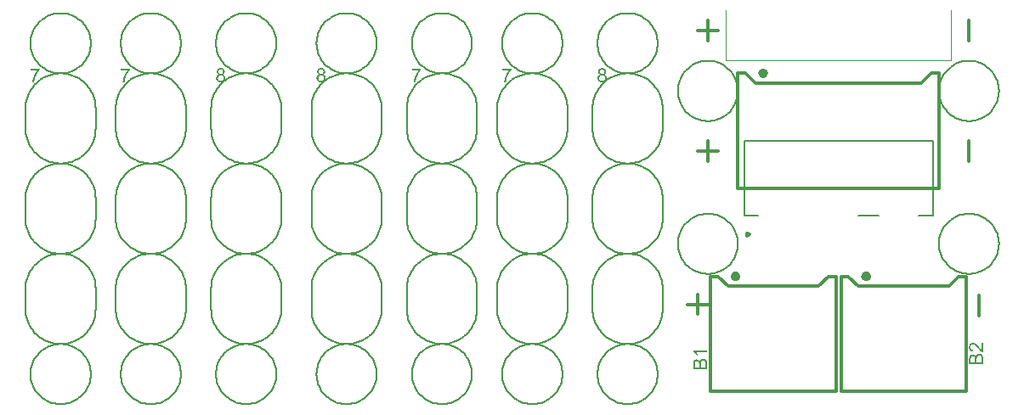
<source format=gto>
G04*
G04 #@! TF.GenerationSoftware,Altium Limited,Altium Designer,20.1.11 (218)*
G04*
G04 Layer_Color=65535*
%FSLAX25Y25*%
%MOIN*%
G70*
G04*
G04 #@! TF.SameCoordinates,12770DE6-1CAA-4FEE-BE88-2AEBEB1706B4*
G04*
G04*
G04 #@! TF.FilePolarity,Positive*
G04*
G01*
G75*
%ADD10C,0.01968*%
%ADD11C,0.00787*%
%ADD12C,0.01181*%
%ADD13C,0.00197*%
%ADD14C,0.00500*%
G36*
X267448Y14570D02*
X263115D01*
X263127Y14558D01*
X263157Y14528D01*
X263199Y14474D01*
X263259Y14396D01*
X263331Y14306D01*
X263409Y14192D01*
X263494Y14065D01*
X263584Y13921D01*
Y13915D01*
X263596Y13903D01*
X263608Y13885D01*
X263620Y13855D01*
X263644Y13819D01*
X263662Y13777D01*
X263716Y13681D01*
X263770Y13573D01*
X263830Y13453D01*
X263884Y13326D01*
X263932Y13206D01*
X263277D01*
X263271Y13212D01*
X263265Y13230D01*
X263247Y13260D01*
X263229Y13302D01*
X263205Y13350D01*
X263169Y13410D01*
X263133Y13477D01*
X263097Y13543D01*
X263001Y13699D01*
X262887Y13867D01*
X262766Y14041D01*
X262628Y14204D01*
X262622Y14210D01*
X262610Y14222D01*
X262592Y14246D01*
X262562Y14276D01*
X262526Y14306D01*
X262490Y14348D01*
X262388Y14438D01*
X262280Y14540D01*
X262153Y14642D01*
X262021Y14733D01*
X261883Y14811D01*
Y15249D01*
X267448D01*
Y14570D01*
D02*
G37*
G36*
X265946Y11944D02*
X265982D01*
X266078Y11932D01*
X266192Y11908D01*
X266312Y11878D01*
X266444Y11836D01*
X266571Y11782D01*
X266577D01*
X266583Y11776D01*
X266601Y11764D01*
X266625Y11752D01*
X266685Y11716D01*
X266757Y11667D01*
X266841Y11614D01*
X266925Y11541D01*
X267009Y11463D01*
X267088Y11373D01*
X267094Y11361D01*
X267118Y11331D01*
X267148Y11277D01*
X267190Y11205D01*
X267232Y11121D01*
X267280Y11018D01*
X267322Y10898D01*
X267358Y10766D01*
Y10760D01*
X267364Y10748D01*
Y10730D01*
X267370Y10700D01*
X267376Y10664D01*
X267388Y10622D01*
X267394Y10574D01*
X267400Y10520D01*
X267412Y10459D01*
X267418Y10387D01*
X267436Y10237D01*
X267442Y10063D01*
X267448Y9871D01*
Y7761D01*
X261901D01*
Y9943D01*
X261907Y9997D01*
Y10063D01*
X261913Y10129D01*
X261925Y10207D01*
X261943Y10363D01*
X261973Y10538D01*
X262015Y10700D01*
X262075Y10856D01*
Y10862D01*
X262081Y10874D01*
X262093Y10892D01*
X262105Y10922D01*
X262147Y10988D01*
X262201Y11079D01*
X262274Y11175D01*
X262364Y11271D01*
X262472Y11367D01*
X262592Y11457D01*
X262598D01*
X262610Y11469D01*
X262628Y11475D01*
X262652Y11493D01*
X262682Y11511D01*
X262724Y11529D01*
X262814Y11571D01*
X262923Y11607D01*
X263049Y11643D01*
X263181Y11667D01*
X263325Y11680D01*
X263331D01*
X263343D01*
X263361D01*
X263385D01*
X263452Y11667D01*
X263542Y11655D01*
X263644Y11631D01*
X263758Y11595D01*
X263872Y11547D01*
X263992Y11481D01*
X263999D01*
X264004Y11475D01*
X264022Y11463D01*
X264047Y11445D01*
X264101Y11403D01*
X264173Y11337D01*
X264251Y11259D01*
X264335Y11157D01*
X264419Y11043D01*
X264497Y10904D01*
Y10910D01*
X264503Y10928D01*
X264515Y10952D01*
X264527Y10988D01*
X264545Y11030D01*
X264563Y11079D01*
X264617Y11187D01*
X264684Y11313D01*
X264774Y11439D01*
X264876Y11565D01*
X265002Y11674D01*
X265008Y11680D01*
X265020Y11686D01*
X265038Y11698D01*
X265062Y11716D01*
X265098Y11740D01*
X265140Y11764D01*
X265188Y11788D01*
X265243Y11812D01*
X265363Y11860D01*
X265507Y11908D01*
X265669Y11938D01*
X265753Y11950D01*
X265844D01*
X265849D01*
X265862D01*
X265880D01*
X265910D01*
X265946Y11944D01*
D02*
G37*
G36*
X226339Y126110D02*
X226399Y126103D01*
X226471Y126092D01*
X226549Y126079D01*
X226639Y126061D01*
X226729Y126037D01*
X226825Y126013D01*
X226922Y125977D01*
X227018Y125935D01*
X227120Y125887D01*
X227210Y125827D01*
X227306Y125767D01*
X227390Y125689D01*
X227396Y125683D01*
X227408Y125671D01*
X227432Y125647D01*
X227463Y125617D01*
X227493Y125575D01*
X227529Y125526D01*
X227571Y125466D01*
X227613Y125406D01*
X227655Y125334D01*
X227697Y125256D01*
X227733Y125172D01*
X227763Y125082D01*
X227793Y124986D01*
X227817Y124883D01*
X227829Y124775D01*
X227835Y124667D01*
Y124661D01*
Y124649D01*
Y124631D01*
Y124601D01*
X227829Y124571D01*
X227823Y124529D01*
X227811Y124439D01*
X227787Y124337D01*
X227751Y124222D01*
X227697Y124108D01*
X227631Y123994D01*
Y123988D01*
X227619Y123982D01*
X227595Y123946D01*
X227547Y123898D01*
X227481Y123832D01*
X227390Y123766D01*
X227288Y123687D01*
X227162Y123621D01*
X227018Y123555D01*
X227024D01*
X227042Y123549D01*
X227066Y123537D01*
X227102Y123525D01*
X227144Y123507D01*
X227192Y123483D01*
X227306Y123423D01*
X227432Y123351D01*
X227559Y123255D01*
X227685Y123147D01*
X227793Y123014D01*
X227799Y123008D01*
X227805Y122996D01*
X227817Y122978D01*
X227835Y122948D01*
X227853Y122912D01*
X227877Y122870D01*
X227901Y122822D01*
X227931Y122768D01*
X227979Y122642D01*
X228022Y122492D01*
X228051Y122323D01*
X228064Y122233D01*
Y122137D01*
Y122131D01*
Y122107D01*
X228058Y122071D01*
Y122017D01*
X228046Y121957D01*
X228040Y121884D01*
X228022Y121806D01*
X228003Y121722D01*
X227973Y121626D01*
X227943Y121530D01*
X227901Y121434D01*
X227853Y121332D01*
X227793Y121229D01*
X227727Y121133D01*
X227649Y121031D01*
X227559Y120941D01*
X227553Y120935D01*
X227535Y120923D01*
X227505Y120899D01*
X227468Y120869D01*
X227414Y120827D01*
X227354Y120791D01*
X227282Y120743D01*
X227204Y120701D01*
X227114Y120658D01*
X227012Y120610D01*
X226904Y120574D01*
X226789Y120538D01*
X226663Y120502D01*
X226531Y120478D01*
X226387Y120466D01*
X226237Y120460D01*
X226200D01*
X226158Y120466D01*
X226098D01*
X226032Y120472D01*
X225948Y120484D01*
X225858Y120502D01*
X225762Y120520D01*
X225659Y120544D01*
X225551Y120580D01*
X225443Y120616D01*
X225329Y120664D01*
X225221Y120719D01*
X225113Y120785D01*
X225004Y120857D01*
X224908Y120941D01*
X224902Y120947D01*
X224884Y120965D01*
X224860Y120989D01*
X224830Y121031D01*
X224794Y121079D01*
X224752Y121133D01*
X224704Y121199D01*
X224662Y121277D01*
X224614Y121362D01*
X224566Y121452D01*
X224524Y121554D01*
X224488Y121656D01*
X224458Y121770D01*
X224433Y121897D01*
X224415Y122023D01*
X224410Y122155D01*
Y122161D01*
Y122179D01*
Y122209D01*
X224415Y122245D01*
Y122293D01*
X224422Y122347D01*
X224433Y122407D01*
X224446Y122473D01*
X224476Y122612D01*
X224524Y122762D01*
X224590Y122912D01*
X224632Y122984D01*
X224680Y123056D01*
X224686Y123062D01*
X224692Y123074D01*
X224710Y123092D01*
X224734Y123117D01*
X224758Y123147D01*
X224794Y123177D01*
X224836Y123219D01*
X224884Y123255D01*
X224992Y123339D01*
X225125Y123423D01*
X225281Y123495D01*
X225461Y123555D01*
X225455D01*
X225443Y123561D01*
X225419Y123573D01*
X225395Y123585D01*
X225359Y123597D01*
X225317Y123621D01*
X225227Y123669D01*
X225125Y123730D01*
X225023Y123808D01*
X224920Y123892D01*
X224836Y123994D01*
Y124000D01*
X224830Y124006D01*
X224818Y124024D01*
X224806Y124048D01*
X224770Y124108D01*
X224734Y124186D01*
X224698Y124288D01*
X224662Y124409D01*
X224638Y124541D01*
X224632Y124685D01*
Y124691D01*
Y124709D01*
X224638Y124745D01*
Y124787D01*
X224644Y124835D01*
X224656Y124896D01*
X224668Y124962D01*
X224686Y125040D01*
X224710Y125118D01*
X224740Y125196D01*
X224770Y125280D01*
X224812Y125370D01*
X224866Y125454D01*
X224920Y125539D01*
X224986Y125623D01*
X225064Y125701D01*
X225071Y125707D01*
X225083Y125719D01*
X225107Y125737D01*
X225143Y125767D01*
X225185Y125797D01*
X225239Y125833D01*
X225299Y125869D01*
X225371Y125911D01*
X225449Y125947D01*
X225539Y125983D01*
X225629Y126019D01*
X225732Y126049D01*
X225846Y126079D01*
X225960Y126098D01*
X226086Y126110D01*
X226219Y126116D01*
X226291D01*
X226339Y126110D01*
D02*
G37*
G36*
X375716Y14562D02*
X375704D01*
X375674D01*
X375626D01*
X375566Y14568D01*
X375494Y14574D01*
X375415Y14592D01*
X375331Y14610D01*
X375247Y14640D01*
X375241D01*
X375229Y14646D01*
X375211Y14652D01*
X375181Y14664D01*
X375151Y14682D01*
X375109Y14700D01*
X375013Y14748D01*
X374899Y14808D01*
X374772Y14886D01*
X374640Y14976D01*
X374508Y15085D01*
X374502Y15090D01*
X374490Y15097D01*
X374472Y15114D01*
X374442Y15145D01*
X374412Y15175D01*
X374370Y15217D01*
X374322Y15259D01*
X374268Y15313D01*
X374207Y15373D01*
X374147Y15439D01*
X374075Y15511D01*
X374003Y15595D01*
X373925Y15679D01*
X373847Y15776D01*
X373763Y15872D01*
X373673Y15980D01*
X373667Y15992D01*
X373637Y16022D01*
X373600Y16064D01*
X373546Y16124D01*
X373486Y16196D01*
X373414Y16280D01*
X373336Y16377D01*
X373246Y16473D01*
X373060Y16677D01*
X372861Y16875D01*
X372765Y16972D01*
X372669Y17062D01*
X372579Y17140D01*
X372495Y17206D01*
X372488Y17212D01*
X372477Y17218D01*
X372452Y17236D01*
X372422Y17254D01*
X372380Y17284D01*
X372338Y17308D01*
X372230Y17368D01*
X372104Y17428D01*
X371966Y17482D01*
X371821Y17518D01*
X371749Y17525D01*
X371677Y17530D01*
X371671D01*
X371659D01*
X371635D01*
X371611Y17525D01*
X371575D01*
X371533Y17513D01*
X371443Y17494D01*
X371335Y17458D01*
X371220Y17404D01*
X371160Y17374D01*
X371106Y17332D01*
X371052Y17290D01*
X370998Y17236D01*
X370992Y17230D01*
X370986Y17224D01*
X370974Y17206D01*
X370956Y17182D01*
X370932Y17152D01*
X370908Y17116D01*
X370854Y17032D01*
X370806Y16917D01*
X370758Y16791D01*
X370728Y16641D01*
X370716Y16557D01*
Y16425D01*
X370722Y16389D01*
Y16346D01*
X370734Y16298D01*
X370752Y16190D01*
X370788Y16064D01*
X370842Y15932D01*
X370878Y15866D01*
X370914Y15800D01*
X370962Y15740D01*
X371016Y15679D01*
X371022Y15673D01*
X371028Y15667D01*
X371046Y15655D01*
X371070Y15631D01*
X371100Y15613D01*
X371136Y15589D01*
X371178Y15559D01*
X371226Y15535D01*
X371281Y15505D01*
X371341Y15481D01*
X371485Y15433D01*
X371641Y15397D01*
X371731Y15391D01*
X371827Y15385D01*
X371755Y14688D01*
X371743D01*
X371719Y14694D01*
X371683Y14700D01*
X371629Y14706D01*
X371563Y14718D01*
X371485Y14736D01*
X371401Y14754D01*
X371311Y14784D01*
X371220Y14814D01*
X371118Y14850D01*
X371022Y14898D01*
X370926Y14946D01*
X370824Y15006D01*
X370734Y15072D01*
X370643Y15145D01*
X370565Y15229D01*
X370559Y15235D01*
X370547Y15253D01*
X370529Y15277D01*
X370499Y15313D01*
X370469Y15361D01*
X370433Y15421D01*
X370397Y15487D01*
X370355Y15565D01*
X370319Y15649D01*
X370283Y15746D01*
X370247Y15848D01*
X370217Y15962D01*
X370187Y16082D01*
X370169Y16208D01*
X370157Y16346D01*
X370151Y16491D01*
Y16569D01*
X370157Y16623D01*
X370163Y16689D01*
X370175Y16767D01*
X370187Y16857D01*
X370205Y16948D01*
X370229Y17050D01*
X370259Y17152D01*
X370295Y17260D01*
X370337Y17362D01*
X370391Y17470D01*
X370451Y17573D01*
X370517Y17669D01*
X370595Y17759D01*
X370601Y17765D01*
X370613Y17777D01*
X370643Y17801D01*
X370673Y17831D01*
X370716Y17867D01*
X370770Y17909D01*
X370830Y17951D01*
X370902Y17993D01*
X370974Y18035D01*
X371058Y18077D01*
X371148Y18120D01*
X371245Y18156D01*
X371353Y18186D01*
X371461Y18210D01*
X371575Y18222D01*
X371695Y18228D01*
X371701D01*
X371707D01*
X371725D01*
X371749D01*
X371815Y18222D01*
X371900Y18210D01*
X372002Y18192D01*
X372110Y18168D01*
X372230Y18137D01*
X372350Y18089D01*
X372356D01*
X372362Y18083D01*
X372380Y18077D01*
X372404Y18065D01*
X372470Y18029D01*
X372555Y17981D01*
X372657Y17915D01*
X372771Y17837D01*
X372891Y17747D01*
X373023Y17633D01*
X373029Y17627D01*
X373042Y17621D01*
X373060Y17597D01*
X373090Y17573D01*
X373126Y17537D01*
X373168Y17494D01*
X373222Y17446D01*
X373276Y17386D01*
X373342Y17314D01*
X373414Y17236D01*
X373498Y17152D01*
X373582Y17056D01*
X373678Y16954D01*
X373775Y16839D01*
X373883Y16713D01*
X373997Y16581D01*
X374003Y16575D01*
X374021Y16557D01*
X374045Y16521D01*
X374081Y16485D01*
X374123Y16431D01*
X374171Y16377D01*
X374279Y16250D01*
X374394Y16118D01*
X374514Y15992D01*
X374568Y15932D01*
X374616Y15878D01*
X374664Y15830D01*
X374700Y15794D01*
X374706Y15788D01*
X374730Y15764D01*
X374766Y15733D01*
X374814Y15691D01*
X374868Y15643D01*
X374929Y15595D01*
X375061Y15499D01*
Y18234D01*
X375716D01*
Y14562D01*
D02*
G37*
G36*
X374213Y13913D02*
X374250D01*
X374346Y13901D01*
X374460Y13876D01*
X374580Y13846D01*
X374712Y13804D01*
X374838Y13750D01*
X374845D01*
X374851Y13744D01*
X374868Y13732D01*
X374892Y13720D01*
X374953Y13684D01*
X375025Y13636D01*
X375109Y13582D01*
X375193Y13510D01*
X375277Y13432D01*
X375355Y13342D01*
X375361Y13329D01*
X375385Y13299D01*
X375415Y13245D01*
X375458Y13173D01*
X375500Y13089D01*
X375548Y12987D01*
X375590Y12867D01*
X375626Y12734D01*
Y12729D01*
X375632Y12717D01*
Y12698D01*
X375638Y12668D01*
X375644Y12632D01*
X375656Y12590D01*
X375662Y12542D01*
X375668Y12488D01*
X375680Y12428D01*
X375686Y12356D01*
X375704Y12206D01*
X375710Y12031D01*
X375716Y11839D01*
Y9730D01*
X370169D01*
Y11911D01*
X370175Y11965D01*
Y12031D01*
X370181Y12098D01*
X370193Y12176D01*
X370211Y12332D01*
X370241Y12506D01*
X370283Y12668D01*
X370343Y12825D01*
Y12831D01*
X370349Y12843D01*
X370361Y12861D01*
X370373Y12891D01*
X370415Y12957D01*
X370469Y13047D01*
X370541Y13143D01*
X370631Y13239D01*
X370740Y13336D01*
X370860Y13426D01*
X370866D01*
X370878Y13438D01*
X370896Y13444D01*
X370920Y13462D01*
X370950Y13480D01*
X370992Y13498D01*
X371082Y13540D01*
X371190Y13576D01*
X371317Y13612D01*
X371449Y13636D01*
X371593Y13648D01*
X371599D01*
X371611D01*
X371629D01*
X371653D01*
X371719Y13636D01*
X371809Y13624D01*
X371912Y13600D01*
X372026Y13564D01*
X372140Y13516D01*
X372260Y13450D01*
X372266D01*
X372272Y13444D01*
X372290Y13432D01*
X372314Y13414D01*
X372368Y13372D01*
X372441Y13306D01*
X372519Y13227D01*
X372603Y13125D01*
X372687Y13011D01*
X372765Y12873D01*
Y12879D01*
X372771Y12897D01*
X372783Y12921D01*
X372795Y12957D01*
X372813Y12999D01*
X372831Y13047D01*
X372885Y13155D01*
X372951Y13282D01*
X373042Y13408D01*
X373144Y13534D01*
X373270Y13642D01*
X373276Y13648D01*
X373288Y13654D01*
X373306Y13666D01*
X373330Y13684D01*
X373366Y13708D01*
X373408Y13732D01*
X373456Y13756D01*
X373510Y13780D01*
X373630Y13828D01*
X373775Y13876D01*
X373937Y13906D01*
X374021Y13918D01*
X374111D01*
X374117D01*
X374129D01*
X374147D01*
X374177D01*
X374213Y13913D01*
D02*
G37*
G36*
X5556Y125400D02*
X5551Y125394D01*
X5532Y125376D01*
X5502Y125340D01*
X5466Y125298D01*
X5418Y125238D01*
X5358Y125172D01*
X5298Y125094D01*
X5226Y125004D01*
X5148Y124901D01*
X5064Y124787D01*
X4973Y124661D01*
X4883Y124529D01*
X4793Y124391D01*
X4697Y124234D01*
X4595Y124072D01*
X4499Y123904D01*
X4493Y123892D01*
X4475Y123862D01*
X4451Y123814D01*
X4415Y123741D01*
X4372Y123657D01*
X4318Y123555D01*
X4264Y123441D01*
X4204Y123315D01*
X4144Y123177D01*
X4078Y123026D01*
X4012Y122864D01*
X3946Y122702D01*
X3880Y122528D01*
X3814Y122347D01*
X3699Y121981D01*
Y121975D01*
X3693Y121951D01*
X3681Y121908D01*
X3669Y121860D01*
X3651Y121794D01*
X3633Y121716D01*
X3609Y121626D01*
X3591Y121530D01*
X3567Y121422D01*
X3549Y121301D01*
X3525Y121175D01*
X3507Y121043D01*
X3483Y120905D01*
X3465Y120761D01*
X3441Y120460D01*
X2744D01*
Y120466D01*
Y120490D01*
Y120526D01*
X2750Y120574D01*
X2756Y120640D01*
X2762Y120712D01*
X2768Y120803D01*
X2780Y120899D01*
X2792Y121013D01*
X2810Y121127D01*
X2828Y121259D01*
X2852Y121398D01*
X2882Y121548D01*
X2912Y121704D01*
X2954Y121866D01*
X2996Y122035D01*
X3002Y122047D01*
X3008Y122077D01*
X3020Y122125D01*
X3044Y122191D01*
X3068Y122275D01*
X3098Y122377D01*
X3134Y122485D01*
X3176Y122606D01*
X3225Y122738D01*
X3279Y122882D01*
X3333Y123032D01*
X3399Y123183D01*
X3537Y123501D01*
X3699Y123826D01*
X3705Y123838D01*
X3723Y123862D01*
X3748Y123910D01*
X3777Y123970D01*
X3826Y124042D01*
X3874Y124126D01*
X3934Y124222D01*
X3994Y124330D01*
X4066Y124439D01*
X4144Y124559D01*
X4312Y124799D01*
X4493Y125046D01*
X4589Y125166D01*
X4685Y125280D01*
X1969D01*
Y125935D01*
X5556D01*
Y125400D01*
D02*
G37*
G36*
X155163D02*
X155157Y125394D01*
X155139Y125376D01*
X155109Y125340D01*
X155073Y125298D01*
X155025Y125238D01*
X154964Y125172D01*
X154904Y125094D01*
X154832Y125004D01*
X154754Y124901D01*
X154670Y124787D01*
X154580Y124661D01*
X154490Y124529D01*
X154400Y124391D01*
X154303Y124234D01*
X154201Y124072D01*
X154105Y123904D01*
X154099Y123892D01*
X154081Y123862D01*
X154057Y123814D01*
X154021Y123741D01*
X153979Y123657D01*
X153925Y123555D01*
X153871Y123441D01*
X153811Y123315D01*
X153750Y123177D01*
X153684Y123026D01*
X153618Y122864D01*
X153552Y122702D01*
X153486Y122528D01*
X153420Y122347D01*
X153306Y121981D01*
Y121975D01*
X153300Y121951D01*
X153288Y121908D01*
X153276Y121860D01*
X153258Y121794D01*
X153240Y121716D01*
X153216Y121626D01*
X153198Y121530D01*
X153173Y121422D01*
X153155Y121301D01*
X153131Y121175D01*
X153113Y121043D01*
X153089Y120905D01*
X153071Y120761D01*
X153047Y120460D01*
X152350D01*
Y120466D01*
Y120490D01*
Y120526D01*
X152356Y120574D01*
X152362Y120640D01*
X152368Y120712D01*
X152374Y120803D01*
X152386Y120899D01*
X152398Y121013D01*
X152416Y121127D01*
X152434Y121259D01*
X152458Y121398D01*
X152488Y121548D01*
X152518Y121704D01*
X152560Y121866D01*
X152603Y122035D01*
X152609Y122047D01*
X152614Y122077D01*
X152627Y122125D01*
X152651Y122191D01*
X152675Y122275D01*
X152705Y122377D01*
X152741Y122485D01*
X152783Y122606D01*
X152831Y122738D01*
X152885Y122882D01*
X152939Y123032D01*
X153005Y123183D01*
X153143Y123501D01*
X153306Y123826D01*
X153312Y123838D01*
X153330Y123862D01*
X153354Y123910D01*
X153384Y123970D01*
X153432Y124042D01*
X153480Y124126D01*
X153540Y124222D01*
X153600Y124330D01*
X153672Y124439D01*
X153750Y124559D01*
X153919Y124799D01*
X154099Y125046D01*
X154195Y125166D01*
X154291Y125280D01*
X151575D01*
Y125935D01*
X155163D01*
Y125400D01*
D02*
G37*
G36*
X190596D02*
X190590Y125394D01*
X190572Y125376D01*
X190542Y125340D01*
X190506Y125298D01*
X190458Y125238D01*
X190398Y125172D01*
X190337Y125094D01*
X190265Y125004D01*
X190187Y124901D01*
X190103Y124787D01*
X190013Y124661D01*
X189923Y124529D01*
X189833Y124391D01*
X189736Y124234D01*
X189634Y124072D01*
X189538Y123904D01*
X189532Y123892D01*
X189514Y123862D01*
X189490Y123814D01*
X189454Y123741D01*
X189412Y123657D01*
X189358Y123555D01*
X189304Y123441D01*
X189244Y123315D01*
X189183Y123177D01*
X189117Y123026D01*
X189051Y122864D01*
X188985Y122702D01*
X188919Y122528D01*
X188853Y122347D01*
X188739Y121981D01*
Y121975D01*
X188733Y121951D01*
X188721Y121908D01*
X188709Y121860D01*
X188691Y121794D01*
X188673Y121716D01*
X188649Y121626D01*
X188631Y121530D01*
X188607Y121422D01*
X188589Y121301D01*
X188565Y121175D01*
X188546Y121043D01*
X188522Y120905D01*
X188504Y120761D01*
X188480Y120460D01*
X187783D01*
Y120466D01*
Y120490D01*
Y120526D01*
X187789Y120574D01*
X187795Y120640D01*
X187801Y120712D01*
X187807Y120803D01*
X187819Y120899D01*
X187831Y121013D01*
X187849Y121127D01*
X187867Y121259D01*
X187891Y121398D01*
X187921Y121548D01*
X187951Y121704D01*
X187994Y121866D01*
X188036Y122035D01*
X188042Y122047D01*
X188048Y122077D01*
X188060Y122125D01*
X188084Y122191D01*
X188108Y122275D01*
X188138Y122377D01*
X188174Y122485D01*
X188216Y122606D01*
X188264Y122738D01*
X188318Y122882D01*
X188372Y123032D01*
X188438Y123183D01*
X188576Y123501D01*
X188739Y123826D01*
X188745Y123838D01*
X188763Y123862D01*
X188787Y123910D01*
X188817Y123970D01*
X188865Y124042D01*
X188913Y124126D01*
X188973Y124222D01*
X189033Y124330D01*
X189105Y124439D01*
X189183Y124559D01*
X189352Y124799D01*
X189532Y125046D01*
X189628Y125166D01*
X189724Y125280D01*
X187008D01*
Y125935D01*
X190596D01*
Y125400D01*
D02*
G37*
G36*
X76732Y126110D02*
X76793Y126103D01*
X76865Y126092D01*
X76943Y126079D01*
X77033Y126061D01*
X77123Y126037D01*
X77219Y126013D01*
X77315Y125977D01*
X77412Y125935D01*
X77514Y125887D01*
X77604Y125827D01*
X77700Y125767D01*
X77784Y125689D01*
X77790Y125683D01*
X77802Y125671D01*
X77826Y125647D01*
X77856Y125617D01*
X77886Y125575D01*
X77922Y125526D01*
X77964Y125466D01*
X78007Y125406D01*
X78049Y125334D01*
X78091Y125256D01*
X78127Y125172D01*
X78157Y125082D01*
X78187Y124986D01*
X78211Y124883D01*
X78223Y124775D01*
X78229Y124667D01*
Y124661D01*
Y124649D01*
Y124631D01*
Y124601D01*
X78223Y124571D01*
X78217Y124529D01*
X78205Y124439D01*
X78181Y124337D01*
X78145Y124222D01*
X78091Y124108D01*
X78025Y123994D01*
Y123988D01*
X78013Y123982D01*
X77988Y123946D01*
X77940Y123898D01*
X77874Y123832D01*
X77784Y123766D01*
X77682Y123687D01*
X77556Y123621D01*
X77412Y123555D01*
X77417D01*
X77435Y123549D01*
X77460Y123537D01*
X77496Y123525D01*
X77538Y123507D01*
X77586Y123483D01*
X77700Y123423D01*
X77826Y123351D01*
X77952Y123255D01*
X78079Y123147D01*
X78187Y123014D01*
X78193Y123008D01*
X78199Y122996D01*
X78211Y122978D01*
X78229Y122948D01*
X78247Y122912D01*
X78271Y122870D01*
X78295Y122822D01*
X78325Y122768D01*
X78373Y122642D01*
X78415Y122492D01*
X78445Y122323D01*
X78457Y122233D01*
Y122137D01*
Y122131D01*
Y122107D01*
X78451Y122071D01*
Y122017D01*
X78439Y121957D01*
X78433Y121884D01*
X78415Y121806D01*
X78397Y121722D01*
X78367Y121626D01*
X78337Y121530D01*
X78295Y121434D01*
X78247Y121332D01*
X78187Y121229D01*
X78121Y121133D01*
X78043Y121031D01*
X77952Y120941D01*
X77946Y120935D01*
X77928Y120923D01*
X77898Y120899D01*
X77862Y120869D01*
X77808Y120827D01*
X77748Y120791D01*
X77676Y120743D01*
X77598Y120701D01*
X77508Y120658D01*
X77406Y120610D01*
X77297Y120574D01*
X77183Y120538D01*
X77057Y120502D01*
X76925Y120478D01*
X76780Y120466D01*
X76630Y120460D01*
X76594D01*
X76552Y120466D01*
X76492D01*
X76426Y120472D01*
X76342Y120484D01*
X76252Y120502D01*
X76155Y120520D01*
X76053Y120544D01*
X75945Y120580D01*
X75837Y120616D01*
X75723Y120664D01*
X75615Y120719D01*
X75506Y120785D01*
X75398Y120857D01*
X75302Y120941D01*
X75296Y120947D01*
X75278Y120965D01*
X75254Y120989D01*
X75224Y121031D01*
X75188Y121079D01*
X75146Y121133D01*
X75098Y121199D01*
X75056Y121277D01*
X75007Y121362D01*
X74959Y121452D01*
X74917Y121554D01*
X74881Y121656D01*
X74851Y121770D01*
X74827Y121897D01*
X74809Y122023D01*
X74803Y122155D01*
Y122161D01*
Y122179D01*
Y122209D01*
X74809Y122245D01*
Y122293D01*
X74815Y122347D01*
X74827Y122407D01*
X74839Y122473D01*
X74869Y122612D01*
X74917Y122762D01*
X74984Y122912D01*
X75025Y122984D01*
X75074Y123056D01*
X75080Y123062D01*
X75086Y123074D01*
X75104Y123092D01*
X75128Y123117D01*
X75152Y123147D01*
X75188Y123177D01*
X75230Y123219D01*
X75278Y123255D01*
X75386Y123339D01*
X75518Y123423D01*
X75675Y123495D01*
X75855Y123555D01*
X75849D01*
X75837Y123561D01*
X75813Y123573D01*
X75789Y123585D01*
X75753Y123597D01*
X75711Y123621D01*
X75621Y123669D01*
X75518Y123730D01*
X75416Y123808D01*
X75314Y123892D01*
X75230Y123994D01*
Y124000D01*
X75224Y124006D01*
X75212Y124024D01*
X75200Y124048D01*
X75164Y124108D01*
X75128Y124186D01*
X75092Y124288D01*
X75056Y124409D01*
X75032Y124541D01*
X75025Y124685D01*
Y124691D01*
Y124709D01*
X75032Y124745D01*
Y124787D01*
X75037Y124835D01*
X75050Y124896D01*
X75062Y124962D01*
X75080Y125040D01*
X75104Y125118D01*
X75134Y125196D01*
X75164Y125280D01*
X75206Y125370D01*
X75260Y125454D01*
X75314Y125539D01*
X75380Y125623D01*
X75458Y125701D01*
X75464Y125707D01*
X75476Y125719D01*
X75500Y125737D01*
X75536Y125767D01*
X75578Y125797D01*
X75633Y125833D01*
X75693Y125869D01*
X75765Y125911D01*
X75843Y125947D01*
X75933Y125983D01*
X76023Y126019D01*
X76125Y126049D01*
X76240Y126079D01*
X76354Y126098D01*
X76480Y126110D01*
X76612Y126116D01*
X76684D01*
X76732Y126110D01*
D02*
G37*
G36*
X40990Y125400D02*
X40984Y125394D01*
X40966Y125376D01*
X40936Y125340D01*
X40899Y125298D01*
X40851Y125238D01*
X40791Y125172D01*
X40731Y125094D01*
X40659Y125004D01*
X40581Y124901D01*
X40497Y124787D01*
X40407Y124661D01*
X40316Y124529D01*
X40226Y124391D01*
X40130Y124234D01*
X40028Y124072D01*
X39932Y123904D01*
X39926Y123892D01*
X39908Y123862D01*
X39884Y123814D01*
X39848Y123741D01*
X39806Y123657D01*
X39751Y123555D01*
X39697Y123441D01*
X39637Y123315D01*
X39577Y123177D01*
X39511Y123026D01*
X39445Y122864D01*
X39379Y122702D01*
X39313Y122528D01*
X39247Y122347D01*
X39132Y121981D01*
Y121975D01*
X39126Y121951D01*
X39114Y121908D01*
X39102Y121860D01*
X39084Y121794D01*
X39066Y121716D01*
X39042Y121626D01*
X39024Y121530D01*
X39000Y121422D01*
X38982Y121301D01*
X38958Y121175D01*
X38940Y121043D01*
X38916Y120905D01*
X38898Y120761D01*
X38874Y120460D01*
X38177D01*
Y120466D01*
Y120490D01*
Y120526D01*
X38183Y120574D01*
X38189Y120640D01*
X38195Y120712D01*
X38201Y120803D01*
X38213Y120899D01*
X38225Y121013D01*
X38243Y121127D01*
X38261Y121259D01*
X38285Y121398D01*
X38315Y121548D01*
X38345Y121704D01*
X38387Y121866D01*
X38429Y122035D01*
X38435Y122047D01*
X38441Y122077D01*
X38453Y122125D01*
X38477Y122191D01*
X38501Y122275D01*
X38532Y122377D01*
X38568Y122485D01*
X38610Y122606D01*
X38658Y122738D01*
X38712Y122882D01*
X38766Y123032D01*
X38832Y123183D01*
X38970Y123501D01*
X39132Y123826D01*
X39138Y123838D01*
X39156Y123862D01*
X39180Y123910D01*
X39211Y123970D01*
X39259Y124042D01*
X39307Y124126D01*
X39367Y124222D01*
X39427Y124330D01*
X39499Y124439D01*
X39577Y124559D01*
X39746Y124799D01*
X39926Y125046D01*
X40022Y125166D01*
X40118Y125280D01*
X37402D01*
Y125935D01*
X40990D01*
Y125400D01*
D02*
G37*
G36*
X116102Y126110D02*
X116163Y126103D01*
X116235Y126092D01*
X116313Y126079D01*
X116403Y126061D01*
X116493Y126037D01*
X116589Y126013D01*
X116685Y125977D01*
X116782Y125935D01*
X116884Y125887D01*
X116974Y125827D01*
X117070Y125767D01*
X117154Y125689D01*
X117160Y125683D01*
X117172Y125671D01*
X117196Y125647D01*
X117226Y125617D01*
X117256Y125575D01*
X117292Y125526D01*
X117334Y125466D01*
X117377Y125406D01*
X117419Y125334D01*
X117461Y125256D01*
X117497Y125172D01*
X117527Y125082D01*
X117557Y124986D01*
X117581Y124883D01*
X117593Y124775D01*
X117599Y124667D01*
Y124661D01*
Y124649D01*
Y124631D01*
Y124601D01*
X117593Y124571D01*
X117587Y124529D01*
X117575Y124439D01*
X117551Y124337D01*
X117515Y124222D01*
X117461Y124108D01*
X117395Y123994D01*
Y123988D01*
X117383Y123982D01*
X117359Y123946D01*
X117310Y123898D01*
X117244Y123832D01*
X117154Y123766D01*
X117052Y123687D01*
X116926Y123621D01*
X116782Y123555D01*
X116788D01*
X116806Y123549D01*
X116830Y123537D01*
X116866Y123525D01*
X116908Y123507D01*
X116956Y123483D01*
X117070Y123423D01*
X117196Y123351D01*
X117323Y123255D01*
X117449Y123147D01*
X117557Y123014D01*
X117563Y123008D01*
X117569Y122996D01*
X117581Y122978D01*
X117599Y122948D01*
X117617Y122912D01*
X117641Y122870D01*
X117665Y122822D01*
X117695Y122768D01*
X117743Y122642D01*
X117785Y122492D01*
X117815Y122323D01*
X117827Y122233D01*
Y122137D01*
Y122131D01*
Y122107D01*
X117821Y122071D01*
Y122017D01*
X117809Y121957D01*
X117803Y121884D01*
X117785Y121806D01*
X117767Y121722D01*
X117737Y121626D01*
X117707Y121530D01*
X117665Y121434D01*
X117617Y121332D01*
X117557Y121229D01*
X117491Y121133D01*
X117413Y121031D01*
X117323Y120941D01*
X117316Y120935D01*
X117298Y120923D01*
X117268Y120899D01*
X117232Y120869D01*
X117178Y120827D01*
X117118Y120791D01*
X117046Y120743D01*
X116968Y120701D01*
X116878Y120658D01*
X116776Y120610D01*
X116667Y120574D01*
X116553Y120538D01*
X116427Y120502D01*
X116295Y120478D01*
X116150Y120466D01*
X116000Y120460D01*
X115964D01*
X115922Y120466D01*
X115862D01*
X115796Y120472D01*
X115712Y120484D01*
X115622Y120502D01*
X115525Y120520D01*
X115423Y120544D01*
X115315Y120580D01*
X115207Y120616D01*
X115093Y120664D01*
X114985Y120719D01*
X114876Y120785D01*
X114768Y120857D01*
X114672Y120941D01*
X114666Y120947D01*
X114648Y120965D01*
X114624Y120989D01*
X114594Y121031D01*
X114558Y121079D01*
X114516Y121133D01*
X114468Y121199D01*
X114426Y121277D01*
X114378Y121362D01*
X114330Y121452D01*
X114287Y121554D01*
X114251Y121656D01*
X114221Y121770D01*
X114197Y121897D01*
X114179Y122023D01*
X114173Y122155D01*
Y122161D01*
Y122179D01*
Y122209D01*
X114179Y122245D01*
Y122293D01*
X114185Y122347D01*
X114197Y122407D01*
X114209Y122473D01*
X114239Y122612D01*
X114287Y122762D01*
X114354Y122912D01*
X114396Y122984D01*
X114444Y123056D01*
X114450Y123062D01*
X114456Y123074D01*
X114474Y123092D01*
X114498Y123117D01*
X114522Y123147D01*
X114558Y123177D01*
X114600Y123219D01*
X114648Y123255D01*
X114756Y123339D01*
X114888Y123423D01*
X115045Y123495D01*
X115225Y123555D01*
X115219D01*
X115207Y123561D01*
X115183Y123573D01*
X115159Y123585D01*
X115123Y123597D01*
X115081Y123621D01*
X114991Y123669D01*
X114888Y123730D01*
X114786Y123808D01*
X114684Y123892D01*
X114600Y123994D01*
Y124000D01*
X114594Y124006D01*
X114582Y124024D01*
X114570Y124048D01*
X114534Y124108D01*
X114498Y124186D01*
X114462Y124288D01*
X114426Y124409D01*
X114402Y124541D01*
X114396Y124685D01*
Y124691D01*
Y124709D01*
X114402Y124745D01*
Y124787D01*
X114408Y124835D01*
X114420Y124896D01*
X114432Y124962D01*
X114450Y125040D01*
X114474Y125118D01*
X114504Y125196D01*
X114534Y125280D01*
X114576Y125370D01*
X114630Y125454D01*
X114684Y125539D01*
X114750Y125623D01*
X114828Y125701D01*
X114834Y125707D01*
X114846Y125719D01*
X114870Y125737D01*
X114906Y125767D01*
X114948Y125797D01*
X115003Y125833D01*
X115063Y125869D01*
X115135Y125911D01*
X115213Y125947D01*
X115303Y125983D01*
X115393Y126019D01*
X115495Y126049D01*
X115610Y126079D01*
X115724Y126098D01*
X115850Y126110D01*
X115982Y126116D01*
X116054D01*
X116102Y126110D01*
D02*
G37*
%LPC*%
G36*
X265844Y11193D02*
X265838D01*
X265831D01*
X265813D01*
X265789D01*
X265735Y11187D01*
X265657Y11175D01*
X265573Y11151D01*
X265483Y11127D01*
X265393Y11085D01*
X265303Y11030D01*
X265291Y11024D01*
X265267Y11000D01*
X265225Y10964D01*
X265176Y10916D01*
X265122Y10850D01*
X265074Y10772D01*
X265026Y10688D01*
X264984Y10586D01*
Y10580D01*
X264978Y10574D01*
X264972Y10556D01*
X264966Y10532D01*
X264960Y10502D01*
X264954Y10472D01*
X264942Y10430D01*
X264936Y10381D01*
X264924Y10321D01*
X264918Y10261D01*
X264912Y10195D01*
X264900Y10123D01*
X264894Y9961D01*
X264888Y9774D01*
Y8494D01*
X266793D01*
Y9997D01*
X266787Y10075D01*
Y10153D01*
X266781Y10237D01*
X266775Y10315D01*
X266769Y10375D01*
Y10387D01*
X266763Y10418D01*
X266751Y10465D01*
X266733Y10526D01*
X266715Y10592D01*
X266685Y10658D01*
X266655Y10730D01*
X266619Y10796D01*
X266613Y10802D01*
X266601Y10826D01*
X266577Y10856D01*
X266541Y10898D01*
X266499Y10940D01*
X266444Y10988D01*
X266384Y11037D01*
X266312Y11079D01*
X266300Y11085D01*
X266276Y11097D01*
X266234Y11115D01*
X266174Y11139D01*
X266108Y11157D01*
X266030Y11175D01*
X265940Y11187D01*
X265844Y11193D01*
D02*
G37*
G36*
X263409Y10958D02*
X263404D01*
X263397D01*
X263361D01*
X263313Y10952D01*
X263247Y10940D01*
X263169Y10922D01*
X263085Y10898D01*
X263001Y10868D01*
X262923Y10820D01*
X262911Y10814D01*
X262887Y10796D01*
X262850Y10766D01*
X262808Y10724D01*
X262760Y10670D01*
X262712Y10604D01*
X262670Y10532D01*
X262634Y10441D01*
X262628Y10430D01*
Y10418D01*
X262622Y10393D01*
X262616Y10369D01*
X262610Y10333D01*
X262604Y10291D01*
X262592Y10249D01*
X262586Y10195D01*
X262580Y10129D01*
X262574Y10063D01*
X262568Y9985D01*
X262562Y9901D01*
Y9810D01*
X262556Y9708D01*
Y8494D01*
X264233D01*
Y9810D01*
X264227Y9859D01*
Y9961D01*
X264221Y10075D01*
X264209Y10195D01*
X264191Y10303D01*
X264185Y10351D01*
X264173Y10393D01*
Y10399D01*
X264167Y10405D01*
X264155Y10441D01*
X264137Y10490D01*
X264107Y10550D01*
X264071Y10616D01*
X264022Y10688D01*
X263962Y10754D01*
X263896Y10814D01*
X263884Y10820D01*
X263860Y10838D01*
X263818Y10862D01*
X263764Y10886D01*
X263692Y10910D01*
X263608Y10934D01*
X263518Y10952D01*
X263409Y10958D01*
D02*
G37*
G36*
X226303Y125557D02*
X226194D01*
X226164Y125550D01*
X226134D01*
X226092Y125545D01*
X226002Y125526D01*
X225900Y125496D01*
X225792Y125448D01*
X225684Y125388D01*
X225581Y125304D01*
X225569Y125292D01*
X225539Y125262D01*
X225503Y125208D01*
X225455Y125136D01*
X225407Y125052D01*
X225371Y124950D01*
X225341Y124835D01*
X225329Y124709D01*
Y124703D01*
Y124691D01*
Y124673D01*
X225335Y124643D01*
Y124607D01*
X225341Y124571D01*
X225359Y124481D01*
X225389Y124379D01*
X225431Y124270D01*
X225491Y124162D01*
X225575Y124066D01*
X225587Y124054D01*
X225623Y124030D01*
X225678Y123988D01*
X225756Y123946D01*
X225846Y123898D01*
X225960Y123856D01*
X226092Y123832D01*
X226237Y123820D01*
X226273D01*
X226303Y123826D01*
X226339D01*
X226375Y123832D01*
X226465Y123850D01*
X226567Y123880D01*
X226675Y123922D01*
X226783Y123982D01*
X226886Y124066D01*
X226898Y124078D01*
X226928Y124108D01*
X226964Y124162D01*
X227012Y124234D01*
X227060Y124319D01*
X227096Y124427D01*
X227126Y124541D01*
X227138Y124667D01*
Y124673D01*
Y124685D01*
Y124703D01*
X227132Y124733D01*
X227126Y124799D01*
X227108Y124890D01*
X227078Y124986D01*
X227030Y125094D01*
X226964Y125196D01*
X226928Y125250D01*
X226880Y125298D01*
Y125304D01*
X226868Y125310D01*
X226832Y125340D01*
X226777Y125382D01*
X226699Y125430D01*
X226609Y125472D01*
X226495Y125514D01*
X226369Y125545D01*
X226303Y125557D01*
D02*
G37*
G36*
X226219Y123261D02*
X226170D01*
X226140Y123255D01*
X226098Y123249D01*
X226050Y123243D01*
X225936Y123219D01*
X225810Y123183D01*
X225678Y123128D01*
X225611Y123092D01*
X225545Y123050D01*
X225479Y122996D01*
X225419Y122942D01*
X225413Y122936D01*
X225407Y122930D01*
X225389Y122912D01*
X225371Y122888D01*
X225347Y122852D01*
X225323Y122816D01*
X225293Y122774D01*
X225263Y122726D01*
X225203Y122612D01*
X225155Y122473D01*
X225119Y122317D01*
X225113Y122239D01*
X225107Y122149D01*
Y122143D01*
Y122137D01*
Y122101D01*
X225113Y122041D01*
X225125Y121969D01*
X225137Y121884D01*
X225161Y121788D01*
X225197Y121686D01*
X225239Y121584D01*
X225245Y121572D01*
X225263Y121542D01*
X225299Y121488D01*
X225341Y121428D01*
X225401Y121362D01*
X225467Y121295D01*
X225551Y121223D01*
X225647Y121163D01*
X225654D01*
X225659Y121157D01*
X225696Y121139D01*
X225750Y121115D01*
X225828Y121091D01*
X225912Y121067D01*
X226014Y121043D01*
X226122Y121025D01*
X226237Y121019D01*
X226285D01*
X226321Y121025D01*
X226363Y121031D01*
X226411Y121037D01*
X226525Y121061D01*
X226651Y121097D01*
X226789Y121151D01*
X226855Y121187D01*
X226922Y121229D01*
X226988Y121277D01*
X227048Y121332D01*
X227054Y121337D01*
X227060Y121344D01*
X227078Y121362D01*
X227096Y121386D01*
X227120Y121422D01*
X227150Y121458D01*
X227180Y121500D01*
X227210Y121548D01*
X227264Y121662D01*
X227318Y121800D01*
X227354Y121951D01*
X227360Y122035D01*
X227366Y122125D01*
Y122131D01*
Y122149D01*
Y122173D01*
X227360Y122209D01*
X227354Y122251D01*
X227348Y122299D01*
X227324Y122413D01*
X227288Y122539D01*
X227228Y122678D01*
X227192Y122744D01*
X227144Y122810D01*
X227096Y122876D01*
X227036Y122936D01*
X227030Y122942D01*
X227024Y122948D01*
X227006Y122966D01*
X226976Y122984D01*
X226946Y123014D01*
X226910Y123038D01*
X226862Y123068D01*
X226814Y123099D01*
X226693Y123159D01*
X226555Y123213D01*
X226393Y123249D01*
X226309Y123255D01*
X226219Y123261D01*
D02*
G37*
G36*
X374111Y13161D02*
X374105D01*
X374099D01*
X374081D01*
X374057D01*
X374003Y13155D01*
X373925Y13143D01*
X373841Y13119D01*
X373751Y13095D01*
X373660Y13053D01*
X373570Y12999D01*
X373558Y12993D01*
X373534Y12969D01*
X373492Y12933D01*
X373444Y12885D01*
X373390Y12819D01*
X373342Y12741D01*
X373294Y12656D01*
X373252Y12554D01*
Y12548D01*
X373246Y12542D01*
X373240Y12524D01*
X373234Y12500D01*
X373228Y12470D01*
X373222Y12440D01*
X373210Y12398D01*
X373204Y12350D01*
X373192Y12290D01*
X373186Y12230D01*
X373180Y12164D01*
X373168Y12092D01*
X373162Y11929D01*
X373156Y11743D01*
Y10463D01*
X375061D01*
Y11965D01*
X375055Y12043D01*
Y12122D01*
X375049Y12206D01*
X375043Y12284D01*
X375037Y12344D01*
Y12356D01*
X375031Y12386D01*
X375019Y12434D01*
X375001Y12494D01*
X374983Y12560D01*
X374953Y12626D01*
X374923Y12698D01*
X374886Y12765D01*
X374881Y12771D01*
X374868Y12795D01*
X374845Y12825D01*
X374808Y12867D01*
X374766Y12909D01*
X374712Y12957D01*
X374652Y13005D01*
X374580Y13047D01*
X374568Y13053D01*
X374544Y13065D01*
X374502Y13083D01*
X374442Y13107D01*
X374376Y13125D01*
X374298Y13143D01*
X374207Y13155D01*
X374111Y13161D01*
D02*
G37*
G36*
X371677Y12927D02*
X371671D01*
X371665D01*
X371629D01*
X371581Y12921D01*
X371515Y12909D01*
X371437Y12891D01*
X371353Y12867D01*
X371269Y12837D01*
X371190Y12789D01*
X371178Y12783D01*
X371154Y12765D01*
X371118Y12734D01*
X371076Y12693D01*
X371028Y12638D01*
X370980Y12572D01*
X370938Y12500D01*
X370902Y12410D01*
X370896Y12398D01*
Y12386D01*
X370890Y12362D01*
X370884Y12338D01*
X370878Y12302D01*
X370872Y12260D01*
X370860Y12218D01*
X370854Y12164D01*
X370848Y12098D01*
X370842Y12031D01*
X370836Y11953D01*
X370830Y11869D01*
Y11779D01*
X370824Y11677D01*
Y10463D01*
X372501D01*
Y11779D01*
X372495Y11827D01*
Y11929D01*
X372488Y12043D01*
X372477Y12164D01*
X372459Y12272D01*
X372452Y12320D01*
X372441Y12362D01*
Y12368D01*
X372434Y12374D01*
X372422Y12410D01*
X372404Y12458D01*
X372374Y12518D01*
X372338Y12584D01*
X372290Y12656D01*
X372230Y12722D01*
X372164Y12783D01*
X372152Y12789D01*
X372128Y12807D01*
X372086Y12831D01*
X372032Y12855D01*
X371960Y12879D01*
X371876Y12903D01*
X371785Y12921D01*
X371677Y12927D01*
D02*
G37*
G36*
X76696Y125557D02*
X76588D01*
X76558Y125550D01*
X76528D01*
X76486Y125545D01*
X76396Y125526D01*
X76294Y125496D01*
X76186Y125448D01*
X76077Y125388D01*
X75975Y125304D01*
X75963Y125292D01*
X75933Y125262D01*
X75897Y125208D01*
X75849Y125136D01*
X75801Y125052D01*
X75765Y124950D01*
X75735Y124835D01*
X75723Y124709D01*
Y124703D01*
Y124691D01*
Y124673D01*
X75729Y124643D01*
Y124607D01*
X75735Y124571D01*
X75753Y124481D01*
X75783Y124379D01*
X75825Y124270D01*
X75885Y124162D01*
X75969Y124066D01*
X75981Y124054D01*
X76017Y124030D01*
X76071Y123988D01*
X76149Y123946D01*
X76240Y123898D01*
X76354Y123856D01*
X76486Y123832D01*
X76630Y123820D01*
X76666D01*
X76696Y123826D01*
X76732D01*
X76768Y123832D01*
X76859Y123850D01*
X76961Y123880D01*
X77069Y123922D01*
X77177Y123982D01*
X77279Y124066D01*
X77291Y124078D01*
X77321Y124108D01*
X77357Y124162D01*
X77406Y124234D01*
X77454Y124319D01*
X77490Y124427D01*
X77520Y124541D01*
X77532Y124667D01*
Y124673D01*
Y124685D01*
Y124703D01*
X77526Y124733D01*
X77520Y124799D01*
X77502Y124890D01*
X77472Y124986D01*
X77424Y125094D01*
X77357Y125196D01*
X77321Y125250D01*
X77273Y125298D01*
Y125304D01*
X77261Y125310D01*
X77225Y125340D01*
X77171Y125382D01*
X77093Y125430D01*
X77003Y125472D01*
X76889Y125514D01*
X76762Y125545D01*
X76696Y125557D01*
D02*
G37*
G36*
X76612Y123261D02*
X76564D01*
X76534Y123255D01*
X76492Y123249D01*
X76444Y123243D01*
X76330Y123219D01*
X76204Y123183D01*
X76071Y123128D01*
X76005Y123092D01*
X75939Y123050D01*
X75873Y122996D01*
X75813Y122942D01*
X75807Y122936D01*
X75801Y122930D01*
X75783Y122912D01*
X75765Y122888D01*
X75741Y122852D01*
X75717Y122816D01*
X75687Y122774D01*
X75657Y122726D01*
X75596Y122612D01*
X75548Y122473D01*
X75512Y122317D01*
X75506Y122239D01*
X75500Y122149D01*
Y122143D01*
Y122137D01*
Y122101D01*
X75506Y122041D01*
X75518Y121969D01*
X75530Y121884D01*
X75554Y121788D01*
X75590Y121686D01*
X75633Y121584D01*
X75639Y121572D01*
X75657Y121542D01*
X75693Y121488D01*
X75735Y121428D01*
X75795Y121362D01*
X75861Y121295D01*
X75945Y121223D01*
X76041Y121163D01*
X76047D01*
X76053Y121157D01*
X76089Y121139D01*
X76143Y121115D01*
X76222Y121091D01*
X76306Y121067D01*
X76408Y121043D01*
X76516Y121025D01*
X76630Y121019D01*
X76678D01*
X76714Y121025D01*
X76756Y121031D01*
X76805Y121037D01*
X76919Y121061D01*
X77045Y121097D01*
X77183Y121151D01*
X77249Y121187D01*
X77315Y121229D01*
X77381Y121277D01*
X77442Y121332D01*
X77448Y121337D01*
X77454Y121344D01*
X77472Y121362D01*
X77490Y121386D01*
X77514Y121422D01*
X77544Y121458D01*
X77574Y121500D01*
X77604Y121548D01*
X77658Y121662D01*
X77712Y121800D01*
X77748Y121951D01*
X77754Y122035D01*
X77760Y122125D01*
Y122131D01*
Y122149D01*
Y122173D01*
X77754Y122209D01*
X77748Y122251D01*
X77742Y122299D01*
X77718Y122413D01*
X77682Y122539D01*
X77622Y122678D01*
X77586Y122744D01*
X77538Y122810D01*
X77490Y122876D01*
X77429Y122936D01*
X77424Y122942D01*
X77417Y122948D01*
X77399Y122966D01*
X77369Y122984D01*
X77339Y123014D01*
X77303Y123038D01*
X77255Y123068D01*
X77207Y123099D01*
X77087Y123159D01*
X76949Y123213D01*
X76787Y123249D01*
X76702Y123255D01*
X76612Y123261D01*
D02*
G37*
G36*
X116066Y125557D02*
X115958D01*
X115928Y125550D01*
X115898D01*
X115856Y125545D01*
X115766Y125526D01*
X115664Y125496D01*
X115556Y125448D01*
X115447Y125388D01*
X115345Y125304D01*
X115333Y125292D01*
X115303Y125262D01*
X115267Y125208D01*
X115219Y125136D01*
X115171Y125052D01*
X115135Y124950D01*
X115105Y124835D01*
X115093Y124709D01*
Y124703D01*
Y124691D01*
Y124673D01*
X115099Y124643D01*
Y124607D01*
X115105Y124571D01*
X115123Y124481D01*
X115153Y124379D01*
X115195Y124270D01*
X115255Y124162D01*
X115339Y124066D01*
X115351Y124054D01*
X115387Y124030D01*
X115441Y123988D01*
X115519Y123946D01*
X115610Y123898D01*
X115724Y123856D01*
X115856Y123832D01*
X116000Y123820D01*
X116036D01*
X116066Y123826D01*
X116102D01*
X116139Y123832D01*
X116229Y123850D01*
X116331Y123880D01*
X116439Y123922D01*
X116547Y123982D01*
X116649Y124066D01*
X116661Y124078D01*
X116691Y124108D01*
X116727Y124162D01*
X116776Y124234D01*
X116824Y124319D01*
X116860Y124427D01*
X116890Y124541D01*
X116902Y124667D01*
Y124673D01*
Y124685D01*
Y124703D01*
X116896Y124733D01*
X116890Y124799D01*
X116872Y124890D01*
X116842Y124986D01*
X116794Y125094D01*
X116727Y125196D01*
X116691Y125250D01*
X116643Y125298D01*
Y125304D01*
X116631Y125310D01*
X116595Y125340D01*
X116541Y125382D01*
X116463Y125430D01*
X116373Y125472D01*
X116259Y125514D01*
X116132Y125545D01*
X116066Y125557D01*
D02*
G37*
G36*
X115982Y123261D02*
X115934D01*
X115904Y123255D01*
X115862Y123249D01*
X115814Y123243D01*
X115700Y123219D01*
X115574Y123183D01*
X115441Y123128D01*
X115375Y123092D01*
X115309Y123050D01*
X115243Y122996D01*
X115183Y122942D01*
X115177Y122936D01*
X115171Y122930D01*
X115153Y122912D01*
X115135Y122888D01*
X115111Y122852D01*
X115087Y122816D01*
X115057Y122774D01*
X115027Y122726D01*
X114967Y122612D01*
X114918Y122473D01*
X114882Y122317D01*
X114876Y122239D01*
X114870Y122149D01*
Y122143D01*
Y122137D01*
Y122101D01*
X114876Y122041D01*
X114888Y121969D01*
X114900Y121884D01*
X114925Y121788D01*
X114961Y121686D01*
X115003Y121584D01*
X115009Y121572D01*
X115027Y121542D01*
X115063Y121488D01*
X115105Y121428D01*
X115165Y121362D01*
X115231Y121295D01*
X115315Y121223D01*
X115411Y121163D01*
X115417D01*
X115423Y121157D01*
X115459Y121139D01*
X115514Y121115D01*
X115592Y121091D01*
X115676Y121067D01*
X115778Y121043D01*
X115886Y121025D01*
X116000Y121019D01*
X116048D01*
X116084Y121025D01*
X116127Y121031D01*
X116175Y121037D01*
X116289Y121061D01*
X116415Y121097D01*
X116553Y121151D01*
X116619Y121187D01*
X116685Y121229D01*
X116752Y121277D01*
X116812Y121332D01*
X116818Y121337D01*
X116824Y121344D01*
X116842Y121362D01*
X116860Y121386D01*
X116884Y121422D01*
X116914Y121458D01*
X116944Y121500D01*
X116974Y121548D01*
X117028Y121662D01*
X117082Y121800D01*
X117118Y121951D01*
X117124Y122035D01*
X117130Y122125D01*
Y122131D01*
Y122149D01*
Y122173D01*
X117124Y122209D01*
X117118Y122251D01*
X117112Y122299D01*
X117088Y122413D01*
X117052Y122539D01*
X116992Y122678D01*
X116956Y122744D01*
X116908Y122810D01*
X116860Y122876D01*
X116800Y122936D01*
X116794Y122942D01*
X116788Y122948D01*
X116770Y122966D01*
X116739Y122984D01*
X116709Y123014D01*
X116673Y123038D01*
X116625Y123068D01*
X116577Y123099D01*
X116457Y123159D01*
X116319Y123213D01*
X116156Y123249D01*
X116072Y123255D01*
X115982Y123261D01*
D02*
G37*
%LPD*%
D10*
X290354Y124016D02*
X289862Y124868D01*
X288878D01*
X288386Y124016D01*
X288878Y123163D01*
X289862D01*
X290354Y124016D01*
X279528Y44291D02*
X279035Y45144D01*
X278051D01*
X277559Y44291D01*
X278051Y43439D01*
X279035D01*
X279528Y44291D01*
X330709D02*
X330217Y45144D01*
X329232D01*
X328740Y44291D01*
X329232Y43439D01*
X330217D01*
X330709Y44291D01*
D11*
X381890Y117126D02*
X381847Y118128D01*
X381720Y119122D01*
X381509Y120102D01*
X381215Y121061D01*
X380841Y121991D01*
X380390Y122886D01*
X379864Y123740D01*
X379268Y124546D01*
X378606Y125299D01*
X377882Y125992D01*
X377102Y126622D01*
X376271Y127183D01*
X375396Y127672D01*
X374482Y128085D01*
X373537Y128419D01*
X372567Y128672D01*
X371579Y128841D01*
X370580Y128926D01*
X369577D01*
X368579Y128841D01*
X367590Y128672D01*
X366620Y128419D01*
X365675Y128085D01*
X364761Y127672D01*
X363886Y127183D01*
X363055Y126622D01*
X362276Y125992D01*
X361552Y125299D01*
X360889Y124546D01*
X360293Y123740D01*
X359768Y122886D01*
X359316Y121991D01*
X358942Y121061D01*
X358649Y120102D01*
X358438Y119122D01*
X358310Y118128D01*
X358268Y117126D01*
X358310Y116124D01*
X358438Y115130D01*
X358649Y114150D01*
X358942Y113191D01*
X359316Y112261D01*
X359768Y111366D01*
X360293Y110512D01*
X360889Y109706D01*
X361552Y108953D01*
X362276Y108260D01*
X363055Y107630D01*
X363886Y107069D01*
X364761Y106580D01*
X365675Y106167D01*
X366620Y105833D01*
X367590Y105580D01*
X368579Y105411D01*
X369578Y105326D01*
X370580D01*
X371579Y105411D01*
X372567Y105580D01*
X373537Y105833D01*
X374483Y106167D01*
X375396Y106580D01*
X376271Y107069D01*
X377102Y107630D01*
X377882Y108260D01*
X378606Y108953D01*
X379268Y109706D01*
X379864Y110512D01*
X380390Y111366D01*
X380841Y112261D01*
X381215Y113191D01*
X381509Y114150D01*
X381720Y115130D01*
X381847Y116124D01*
X381890Y117126D01*
X279528D02*
X279485Y118128D01*
X279358Y119122D01*
X279146Y120102D01*
X278853Y121061D01*
X278479Y121991D01*
X278028Y122886D01*
X277502Y123740D01*
X276906Y124546D01*
X276244Y125299D01*
X275520Y125992D01*
X274740Y126622D01*
X273909Y127183D01*
X273034Y127672D01*
X272120Y128085D01*
X271175Y128419D01*
X270205Y128672D01*
X269217Y128841D01*
X268218Y128926D01*
X267215D01*
X266216Y128841D01*
X265228Y128672D01*
X264258Y128419D01*
X263313Y128085D01*
X262399Y127672D01*
X261524Y127183D01*
X260693Y126622D01*
X259913Y125992D01*
X259190Y125299D01*
X258527Y124546D01*
X257931Y123740D01*
X257405Y122886D01*
X256954Y121991D01*
X256580Y121061D01*
X256287Y120102D01*
X256075Y119122D01*
X255948Y118128D01*
X255906Y117126D01*
X255948Y116124D01*
X256075Y115130D01*
X256287Y114150D01*
X256580Y113191D01*
X256954Y112261D01*
X257405Y111366D01*
X257931Y110512D01*
X258527Y109706D01*
X259190Y108953D01*
X259913Y108260D01*
X260693Y107630D01*
X261524Y107069D01*
X262399Y106580D01*
X263313Y106167D01*
X264258Y105833D01*
X265228Y105580D01*
X266216Y105411D01*
X267215Y105326D01*
X268218D01*
X269217Y105411D01*
X270205Y105580D01*
X271175Y105833D01*
X272120Y106167D01*
X273034Y106580D01*
X273909Y107069D01*
X274740Y107630D01*
X275520Y108260D01*
X276244Y108953D01*
X276906Y109706D01*
X277502Y110512D01*
X278028Y111366D01*
X278479Y112261D01*
X278853Y113191D01*
X279147Y114150D01*
X279358Y115130D01*
X279485Y116124D01*
X279528Y117126D01*
X381890Y57087D02*
X381847Y58088D01*
X381720Y59083D01*
X381509Y60063D01*
X381215Y61021D01*
X380841Y61952D01*
X380390Y62847D01*
X379864Y63700D01*
X379268Y64507D01*
X378606Y65259D01*
X377882Y65953D01*
X377102Y66583D01*
X376271Y67144D01*
X375396Y67633D01*
X374482Y68046D01*
X373537Y68380D01*
X372567Y68633D01*
X371579Y68802D01*
X370580Y68887D01*
X369577D01*
X368579Y68802D01*
X367590Y68633D01*
X366620Y68380D01*
X365675Y68046D01*
X364761Y67633D01*
X363886Y67144D01*
X363055Y66583D01*
X362276Y65953D01*
X361552Y65259D01*
X360889Y64507D01*
X360293Y63700D01*
X359768Y62847D01*
X359316Y61952D01*
X358942Y61021D01*
X358649Y60063D01*
X358438Y59083D01*
X358310Y58088D01*
X358268Y57087D01*
X358310Y56085D01*
X358438Y55090D01*
X358649Y54110D01*
X358942Y53152D01*
X359316Y52222D01*
X359768Y51326D01*
X360293Y50473D01*
X360889Y49667D01*
X361552Y48914D01*
X362276Y48220D01*
X363055Y47591D01*
X363886Y47029D01*
X364761Y46540D01*
X365675Y46127D01*
X366620Y45793D01*
X367590Y45541D01*
X368579Y45371D01*
X369578Y45286D01*
X370580D01*
X371579Y45371D01*
X372567Y45541D01*
X373537Y45793D01*
X374483Y46127D01*
X375396Y46540D01*
X376271Y47029D01*
X377102Y47591D01*
X377882Y48220D01*
X378606Y48914D01*
X379268Y49667D01*
X379864Y50473D01*
X380390Y51327D01*
X380841Y52222D01*
X381215Y53152D01*
X381509Y54110D01*
X381720Y55091D01*
X381847Y56085D01*
X381890Y57087D01*
X279528D02*
X279485Y58088D01*
X279358Y59083D01*
X279147Y60063D01*
X278853Y61021D01*
X278479Y61952D01*
X278028Y62847D01*
X277502Y63700D01*
X276906Y64507D01*
X276244Y65259D01*
X275520Y65953D01*
X274740Y66583D01*
X273909Y67144D01*
X273034Y67633D01*
X272120Y68046D01*
X271175Y68380D01*
X270205Y68633D01*
X269217Y68802D01*
X268218Y68887D01*
X267215D01*
X266216Y68802D01*
X265228Y68633D01*
X264258Y68380D01*
X263313Y68046D01*
X262399Y67633D01*
X261524Y67144D01*
X260693Y66583D01*
X259913Y65953D01*
X259190Y65259D01*
X258527Y64507D01*
X257931Y63700D01*
X257405Y62847D01*
X256954Y61952D01*
X256580Y61021D01*
X256287Y60063D01*
X256075Y59083D01*
X255948Y58088D01*
X255906Y57087D01*
X255948Y56085D01*
X256075Y55090D01*
X256287Y54110D01*
X256580Y53152D01*
X256954Y52222D01*
X257405Y51326D01*
X257931Y50473D01*
X258527Y49667D01*
X259190Y48914D01*
X259913Y48220D01*
X260693Y47591D01*
X261524Y47029D01*
X262399Y46540D01*
X263313Y46127D01*
X264258Y45793D01*
X265228Y45541D01*
X266216Y45371D01*
X267215Y45286D01*
X268218D01*
X269217Y45371D01*
X270205Y45541D01*
X271175Y45793D01*
X272120Y46127D01*
X273034Y46540D01*
X273909Y47029D01*
X274740Y47591D01*
X275520Y48220D01*
X276244Y48914D01*
X276906Y49667D01*
X277502Y50473D01*
X278028Y51327D01*
X278479Y52222D01*
X278853Y53152D01*
X279147Y54110D01*
X279358Y55091D01*
X279485Y56085D01*
X279528Y57087D01*
X250000Y74803D02*
X249963Y75809D01*
X249853Y76810D01*
X249670Y77799D01*
X249416Y78773D01*
X249091Y79726D01*
X248697Y80652D01*
X248237Y81547D01*
X247713Y82406D01*
X247127Y83225D01*
X246483Y83999D01*
X245784Y84723D01*
X245035Y85395D01*
X244238Y86010D01*
X243399Y86565D01*
X242521Y87058D01*
X241610Y87485D01*
X240670Y87845D01*
X239706Y88135D01*
X238723Y88354D01*
X237728Y88500D01*
X236724Y88573D01*
X235717D01*
X234713Y88500D01*
X233718Y88354D01*
X232735Y88135D01*
X231771Y87845D01*
X230831Y87485D01*
X229920Y87058D01*
X229042Y86565D01*
X228203Y86010D01*
X227406Y85395D01*
X226656Y84723D01*
X225958Y83999D01*
X225314Y83225D01*
X224728Y82406D01*
X224204Y81547D01*
X223744Y80652D01*
X223350Y79726D01*
X223025Y78773D01*
X222771Y77799D01*
X222588Y76809D01*
X222478Y75809D01*
X222441Y74803D01*
Y66929D02*
X222478Y65923D01*
X222588Y64923D01*
X222771Y63933D01*
X223025Y62959D01*
X223350Y62007D01*
X223744Y61080D01*
X224204Y60185D01*
X224728Y59326D01*
X225314Y58507D01*
X225958Y57734D01*
X226657Y57009D01*
X227406Y56337D01*
X228203Y55722D01*
X229042Y55167D01*
X229920Y54674D01*
X230831Y54247D01*
X231771Y53888D01*
X232735Y53598D01*
X233718Y53379D01*
X234713Y53232D01*
X235717Y53159D01*
X236724D01*
X237728Y53232D01*
X238723Y53379D01*
X239706Y53598D01*
X240670Y53888D01*
X241610Y54247D01*
X242521Y54674D01*
X243399Y55167D01*
X244238Y55722D01*
X245035Y56337D01*
X245784Y57009D01*
X246483Y57734D01*
X247127Y58507D01*
X247713Y59326D01*
X248237Y60185D01*
X248697Y61080D01*
X249091Y62007D01*
X249416Y62959D01*
X249670Y63933D01*
X249853Y64923D01*
X249963Y65923D01*
X250000Y66929D01*
Y39370D02*
X249963Y40376D01*
X249853Y41376D01*
X249670Y42366D01*
X249416Y43340D01*
X249091Y44293D01*
X248697Y45219D01*
X248237Y46114D01*
X247713Y46973D01*
X247127Y47792D01*
X246483Y48565D01*
X245784Y49290D01*
X245035Y49962D01*
X244238Y50577D01*
X243399Y51132D01*
X242521Y51625D01*
X241610Y52052D01*
X240670Y52412D01*
X239706Y52701D01*
X238723Y52920D01*
X237728Y53067D01*
X236724Y53140D01*
X235717D01*
X234713Y53067D01*
X233718Y52920D01*
X232735Y52701D01*
X231771Y52412D01*
X230831Y52052D01*
X229920Y51625D01*
X229042Y51132D01*
X228203Y50577D01*
X227406Y49962D01*
X226656Y49290D01*
X225958Y48565D01*
X225314Y47792D01*
X224728Y46973D01*
X224204Y46114D01*
X223744Y45219D01*
X223350Y44293D01*
X223025Y43340D01*
X222771Y42366D01*
X222588Y41376D01*
X222478Y40376D01*
X222441Y39370D01*
Y31496D02*
X222478Y30490D01*
X222588Y29490D01*
X222771Y28500D01*
X223025Y27526D01*
X223350Y26574D01*
X223744Y25647D01*
X224204Y24752D01*
X224728Y23893D01*
X225314Y23074D01*
X225958Y22301D01*
X226657Y21576D01*
X227406Y20904D01*
X228203Y20289D01*
X229042Y19734D01*
X229920Y19241D01*
X230831Y18814D01*
X231771Y18455D01*
X232735Y18165D01*
X233718Y17946D01*
X234713Y17799D01*
X235717Y17726D01*
X236724D01*
X237728Y17799D01*
X238723Y17946D01*
X239706Y18165D01*
X240670Y18455D01*
X241610Y18814D01*
X242521Y19241D01*
X243399Y19734D01*
X244238Y20289D01*
X245035Y20904D01*
X245784Y21576D01*
X246483Y22301D01*
X247127Y23074D01*
X247713Y23893D01*
X248237Y24752D01*
X248697Y25647D01*
X249091Y26574D01*
X249416Y27526D01*
X249670Y28500D01*
X249853Y29490D01*
X249963Y30490D01*
X250000Y31496D01*
Y110236D02*
X249963Y111242D01*
X249853Y112242D01*
X249670Y113232D01*
X249416Y114206D01*
X249091Y115159D01*
X248697Y116085D01*
X248237Y116980D01*
X247713Y117839D01*
X247127Y118658D01*
X246483Y119432D01*
X245784Y120156D01*
X245035Y120828D01*
X244238Y121443D01*
X243399Y121998D01*
X242521Y122491D01*
X241610Y122918D01*
X240670Y123278D01*
X239706Y123568D01*
X238723Y123786D01*
X237728Y123933D01*
X236724Y124007D01*
X235717D01*
X234713Y123933D01*
X233718Y123786D01*
X232735Y123568D01*
X231771Y123278D01*
X230831Y122918D01*
X229920Y122491D01*
X229042Y121998D01*
X228203Y121443D01*
X227406Y120828D01*
X226656Y120156D01*
X225958Y119431D01*
X225314Y118658D01*
X224728Y117839D01*
X224204Y116980D01*
X223744Y116085D01*
X223350Y115159D01*
X223025Y114206D01*
X222771Y113232D01*
X222588Y112242D01*
X222478Y111242D01*
X222441Y110236D01*
Y102362D02*
X222478Y101356D01*
X222588Y100356D01*
X222771Y99366D01*
X223025Y98392D01*
X223350Y97440D01*
X223744Y96513D01*
X224204Y95618D01*
X224728Y94759D01*
X225314Y93941D01*
X225958Y93167D01*
X226657Y92442D01*
X227406Y91771D01*
X228203Y91155D01*
X229042Y90600D01*
X229920Y90108D01*
X230831Y89680D01*
X231771Y89321D01*
X232735Y89031D01*
X233718Y88812D01*
X234713Y88665D01*
X235717Y88592D01*
X236724D01*
X237728Y88665D01*
X238723Y88812D01*
X239706Y89031D01*
X240670Y89321D01*
X241610Y89680D01*
X242521Y90108D01*
X243399Y90600D01*
X244238Y91155D01*
X245035Y91771D01*
X245784Y92442D01*
X246483Y93167D01*
X247127Y93941D01*
X247713Y94759D01*
X248237Y95618D01*
X248697Y96513D01*
X249091Y97440D01*
X249416Y98392D01*
X249670Y99366D01*
X249853Y100356D01*
X249963Y101356D01*
X250000Y102362D01*
X248031Y5906D02*
X247989Y6907D01*
X247862Y7902D01*
X247650Y8882D01*
X247357Y9840D01*
X246983Y10770D01*
X246532Y11666D01*
X246006Y12519D01*
X245410Y13325D01*
X244747Y14078D01*
X244024Y14772D01*
X243244Y15402D01*
X242413Y15963D01*
X241538Y16452D01*
X240624Y16865D01*
X239679Y17199D01*
X238709Y17451D01*
X237721Y17621D01*
X236722Y17706D01*
X235719D01*
X234720Y17621D01*
X233732Y17451D01*
X232762Y17199D01*
X231817Y16865D01*
X230903Y16452D01*
X230028Y15963D01*
X229197Y15402D01*
X228417Y14772D01*
X227693Y14078D01*
X227031Y13325D01*
X226435Y12519D01*
X225909Y11666D01*
X225458Y10770D01*
X225084Y9840D01*
X224791Y8882D01*
X224579Y7902D01*
X224452Y6907D01*
X224410Y5906D01*
X224452Y4904D01*
X224579Y3909D01*
X224791Y2929D01*
X225084Y1971D01*
X225458Y1041D01*
X225909Y145D01*
X226435Y-708D01*
X227031Y-1514D01*
X227693Y-2267D01*
X228417Y-2961D01*
X229197Y-3590D01*
X230028Y-4152D01*
X230903Y-4641D01*
X231817Y-5054D01*
X232762Y-5388D01*
X233732Y-5640D01*
X234720Y-5810D01*
X235719Y-5895D01*
X236722D01*
X237721Y-5810D01*
X238709Y-5640D01*
X239679Y-5388D01*
X240624Y-5054D01*
X241538Y-4641D01*
X242413Y-4152D01*
X243244Y-3590D01*
X244024Y-2961D01*
X244747Y-2267D01*
X245410Y-1514D01*
X246006Y-708D01*
X246532Y145D01*
X246983Y1041D01*
X247357Y1971D01*
X247650Y2929D01*
X247862Y3909D01*
X247989Y4904D01*
X248031Y5906D01*
Y135827D02*
X247989Y136828D01*
X247862Y137823D01*
X247650Y138803D01*
X247357Y139761D01*
X246983Y140692D01*
X246532Y141587D01*
X246006Y142441D01*
X245410Y143247D01*
X244747Y143999D01*
X244024Y144693D01*
X243244Y145323D01*
X242413Y145884D01*
X241538Y146373D01*
X240624Y146786D01*
X239679Y147120D01*
X238709Y147373D01*
X237721Y147542D01*
X236722Y147627D01*
X235719D01*
X234720Y147542D01*
X233732Y147373D01*
X232762Y147120D01*
X231817Y146786D01*
X230903Y146373D01*
X230028Y145884D01*
X229197Y145323D01*
X228417Y144693D01*
X227693Y143999D01*
X227031Y143247D01*
X226435Y142441D01*
X225909Y141587D01*
X225458Y140692D01*
X225084Y139761D01*
X224791Y138803D01*
X224579Y137823D01*
X224452Y136828D01*
X224410Y135827D01*
X224452Y134825D01*
X224579Y133831D01*
X224791Y132851D01*
X225084Y131892D01*
X225458Y130962D01*
X225909Y130067D01*
X226435Y129213D01*
X227031Y128407D01*
X227693Y127654D01*
X228417Y126961D01*
X229197Y126331D01*
X230028Y125769D01*
X230903Y125280D01*
X231817Y124867D01*
X232762Y124533D01*
X233732Y124281D01*
X234720Y124111D01*
X235719Y124026D01*
X236722D01*
X237721Y124111D01*
X238709Y124281D01*
X239679Y124533D01*
X240624Y124867D01*
X241538Y125280D01*
X242413Y125769D01*
X243244Y126331D01*
X244024Y126961D01*
X244747Y127654D01*
X245410Y128407D01*
X246006Y129213D01*
X246532Y130067D01*
X246983Y130962D01*
X247357Y131892D01*
X247650Y132851D01*
X247862Y133831D01*
X247989Y134825D01*
X248031Y135827D01*
X212598Y74803D02*
X212562Y75809D01*
X212452Y76810D01*
X212269Y77799D01*
X212014Y78773D01*
X211689Y79726D01*
X211296Y80652D01*
X210835Y81547D01*
X210311Y82406D01*
X209725Y83225D01*
X209082Y83999D01*
X208383Y84723D01*
X207633Y85395D01*
X206837Y86010D01*
X205997Y86565D01*
X205119Y87058D01*
X204208Y87485D01*
X203268Y87845D01*
X202304Y88135D01*
X201322Y88354D01*
X200326Y88500D01*
X199322Y88573D01*
X198316D01*
X197312Y88500D01*
X196316Y88354D01*
X195334Y88135D01*
X194370Y87845D01*
X193430Y87485D01*
X192518Y87058D01*
X191641Y86565D01*
X190801Y86010D01*
X190005Y85395D01*
X189255Y84723D01*
X188556Y83999D01*
X187912Y83225D01*
X187327Y82406D01*
X186802Y81547D01*
X186342Y80652D01*
X185949Y79726D01*
X185624Y78773D01*
X185369Y77799D01*
X185186Y76809D01*
X185076Y75809D01*
X185039Y74803D01*
Y66929D02*
X185076Y65923D01*
X185186Y64923D01*
X185369Y63933D01*
X185624Y62959D01*
X185949Y62007D01*
X186342Y61080D01*
X186802Y60185D01*
X187327Y59326D01*
X187912Y58507D01*
X188556Y57734D01*
X189255Y57009D01*
X190005Y56337D01*
X190801Y55722D01*
X191641Y55167D01*
X192518Y54674D01*
X193430Y54247D01*
X194370Y53888D01*
X195334Y53598D01*
X196316Y53379D01*
X197312Y53232D01*
X198316Y53159D01*
X199322D01*
X200326Y53232D01*
X201322Y53379D01*
X202304Y53598D01*
X203268Y53888D01*
X204208Y54247D01*
X205119Y54674D01*
X205997Y55167D01*
X206837Y55722D01*
X207633Y56337D01*
X208383Y57009D01*
X209082Y57734D01*
X209725Y58507D01*
X210311Y59326D01*
X210835Y60185D01*
X211296Y61080D01*
X211689Y62007D01*
X212014Y62959D01*
X212269Y63933D01*
X212452Y64923D01*
X212562Y65923D01*
X212598Y66929D01*
Y39370D02*
X212562Y40376D01*
X212452Y41376D01*
X212269Y42366D01*
X212014Y43340D01*
X211689Y44293D01*
X211296Y45219D01*
X210835Y46114D01*
X210311Y46973D01*
X209725Y47792D01*
X209082Y48565D01*
X208383Y49290D01*
X207633Y49962D01*
X206837Y50577D01*
X205997Y51132D01*
X205119Y51625D01*
X204208Y52052D01*
X203268Y52412D01*
X202304Y52701D01*
X201322Y52920D01*
X200326Y53067D01*
X199322Y53140D01*
X198316D01*
X197312Y53067D01*
X196316Y52920D01*
X195334Y52701D01*
X194370Y52412D01*
X193430Y52052D01*
X192518Y51625D01*
X191641Y51132D01*
X190801Y50577D01*
X190005Y49962D01*
X189255Y49290D01*
X188556Y48565D01*
X187912Y47792D01*
X187327Y46973D01*
X186802Y46114D01*
X186342Y45219D01*
X185949Y44293D01*
X185624Y43340D01*
X185369Y42366D01*
X185186Y41376D01*
X185076Y40376D01*
X185039Y39370D01*
Y31496D02*
X185076Y30490D01*
X185186Y29490D01*
X185369Y28500D01*
X185624Y27526D01*
X185949Y26574D01*
X186342Y25647D01*
X186802Y24752D01*
X187327Y23893D01*
X187912Y23074D01*
X188556Y22301D01*
X189255Y21576D01*
X190005Y20904D01*
X190801Y20289D01*
X191641Y19734D01*
X192518Y19241D01*
X193430Y18814D01*
X194370Y18455D01*
X195334Y18165D01*
X196316Y17946D01*
X197312Y17799D01*
X198316Y17726D01*
X199322D01*
X200326Y17799D01*
X201322Y17946D01*
X202304Y18165D01*
X203268Y18455D01*
X204208Y18814D01*
X205119Y19241D01*
X205997Y19734D01*
X206837Y20289D01*
X207633Y20904D01*
X208383Y21576D01*
X209082Y22301D01*
X209725Y23074D01*
X210311Y23893D01*
X210835Y24752D01*
X211296Y25647D01*
X211689Y26574D01*
X212014Y27526D01*
X212269Y28500D01*
X212452Y29490D01*
X212562Y30490D01*
X212598Y31496D01*
Y110236D02*
X212562Y111242D01*
X212452Y112242D01*
X212269Y113232D01*
X212014Y114206D01*
X211689Y115159D01*
X211296Y116085D01*
X210835Y116980D01*
X210311Y117839D01*
X209725Y118658D01*
X209082Y119432D01*
X208383Y120156D01*
X207633Y120828D01*
X206837Y121443D01*
X205997Y121998D01*
X205119Y122491D01*
X204208Y122918D01*
X203268Y123278D01*
X202304Y123568D01*
X201322Y123786D01*
X200326Y123933D01*
X199322Y124007D01*
X198316D01*
X197312Y123933D01*
X196316Y123786D01*
X195334Y123568D01*
X194370Y123278D01*
X193430Y122918D01*
X192518Y122491D01*
X191641Y121998D01*
X190801Y121443D01*
X190005Y120828D01*
X189255Y120156D01*
X188556Y119431D01*
X187912Y118658D01*
X187327Y117839D01*
X186802Y116980D01*
X186342Y116085D01*
X185949Y115159D01*
X185624Y114206D01*
X185369Y113232D01*
X185186Y112242D01*
X185076Y111242D01*
X185039Y110236D01*
Y102362D02*
X185076Y101356D01*
X185186Y100356D01*
X185369Y99366D01*
X185624Y98392D01*
X185949Y97440D01*
X186342Y96513D01*
X186802Y95618D01*
X187327Y94759D01*
X187912Y93941D01*
X188556Y93167D01*
X189255Y92442D01*
X190005Y91771D01*
X190801Y91155D01*
X191641Y90600D01*
X192518Y90108D01*
X193430Y89680D01*
X194370Y89321D01*
X195334Y89031D01*
X196316Y88812D01*
X197312Y88665D01*
X198316Y88592D01*
X199322D01*
X200326Y88665D01*
X201322Y88812D01*
X202304Y89031D01*
X203268Y89321D01*
X204208Y89680D01*
X205119Y90108D01*
X205997Y90600D01*
X206837Y91155D01*
X207633Y91771D01*
X208383Y92442D01*
X209082Y93167D01*
X209725Y93941D01*
X210311Y94759D01*
X210835Y95618D01*
X211296Y96513D01*
X211689Y97440D01*
X212014Y98392D01*
X212269Y99366D01*
X212452Y100356D01*
X212562Y101356D01*
X212598Y102362D01*
X210630Y5906D02*
X210587Y6907D01*
X210460Y7902D01*
X210249Y8882D01*
X209955Y9840D01*
X209581Y10770D01*
X209130Y11666D01*
X208604Y12519D01*
X208008Y13325D01*
X207346Y14078D01*
X206622Y14772D01*
X205842Y15402D01*
X205012Y15963D01*
X204136Y16452D01*
X203223Y16865D01*
X202277Y17199D01*
X201307Y17451D01*
X200319Y17621D01*
X199320Y17706D01*
X198318D01*
X197319Y17621D01*
X196331Y17451D01*
X195360Y17199D01*
X194415Y16865D01*
X193501Y16452D01*
X192626Y15963D01*
X191796Y15402D01*
X191016Y14772D01*
X190292Y14078D01*
X189629Y13325D01*
X189033Y12519D01*
X188508Y11666D01*
X188056Y10770D01*
X187682Y9840D01*
X187389Y8882D01*
X187178Y7902D01*
X187050Y6907D01*
X187008Y5906D01*
X187050Y4904D01*
X187178Y3909D01*
X187389Y2929D01*
X187683Y1971D01*
X188056Y1041D01*
X188508Y145D01*
X189033Y-708D01*
X189629Y-1514D01*
X190292Y-2267D01*
X191016Y-2961D01*
X191796Y-3590D01*
X192626Y-4152D01*
X193502Y-4641D01*
X194415Y-5054D01*
X195360Y-5388D01*
X196331Y-5640D01*
X197319Y-5810D01*
X198318Y-5895D01*
X199320D01*
X200319Y-5810D01*
X201307Y-5640D01*
X202277Y-5388D01*
X203223Y-5054D01*
X204136Y-4641D01*
X205012Y-4152D01*
X205842Y-3590D01*
X206622Y-2961D01*
X207346Y-2267D01*
X208008Y-1514D01*
X208605Y-708D01*
X209130Y145D01*
X209581Y1041D01*
X209955Y1971D01*
X210249Y2929D01*
X210460Y3909D01*
X210587Y4904D01*
X210630Y5906D01*
Y135827D02*
X210587Y136828D01*
X210460Y137823D01*
X210249Y138803D01*
X209955Y139761D01*
X209581Y140692D01*
X209130Y141587D01*
X208604Y142441D01*
X208008Y143247D01*
X207346Y143999D01*
X206622Y144693D01*
X205842Y145323D01*
X205012Y145884D01*
X204136Y146373D01*
X203223Y146786D01*
X202277Y147120D01*
X201307Y147373D01*
X200319Y147542D01*
X199320Y147627D01*
X198318D01*
X197319Y147542D01*
X196331Y147373D01*
X195360Y147120D01*
X194415Y146786D01*
X193501Y146373D01*
X192626Y145884D01*
X191796Y145323D01*
X191016Y144693D01*
X190292Y143999D01*
X189629Y143247D01*
X189033Y142441D01*
X188508Y141587D01*
X188056Y140692D01*
X187682Y139761D01*
X187389Y138803D01*
X187178Y137823D01*
X187050Y136828D01*
X187008Y135827D01*
X187050Y134825D01*
X187178Y133831D01*
X187389Y132851D01*
X187683Y131892D01*
X188056Y130962D01*
X188508Y130067D01*
X189033Y129213D01*
X189629Y128407D01*
X190292Y127654D01*
X191016Y126961D01*
X191796Y126331D01*
X192626Y125769D01*
X193502Y125280D01*
X194415Y124867D01*
X195360Y124533D01*
X196331Y124281D01*
X197319Y124111D01*
X198318Y124026D01*
X199320D01*
X200319Y124111D01*
X201307Y124281D01*
X202277Y124533D01*
X203223Y124867D01*
X204136Y125280D01*
X205012Y125769D01*
X205842Y126331D01*
X206622Y126961D01*
X207346Y127654D01*
X208008Y128407D01*
X208605Y129213D01*
X209130Y130067D01*
X209581Y130962D01*
X209955Y131892D01*
X210249Y132851D01*
X210460Y133831D01*
X210587Y134825D01*
X210630Y135827D01*
X177165Y74803D02*
X177129Y75809D01*
X177018Y76810D01*
X176836Y77799D01*
X176581Y78773D01*
X176256Y79726D01*
X175863Y80652D01*
X175402Y81547D01*
X174878Y82406D01*
X174292Y83225D01*
X173648Y83999D01*
X172950Y84723D01*
X172200Y85395D01*
X171404Y86010D01*
X170564Y86565D01*
X169686Y87058D01*
X168775Y87485D01*
X167835Y87845D01*
X166871Y88135D01*
X165889Y88354D01*
X164893Y88500D01*
X163889Y88573D01*
X162883D01*
X161879Y88500D01*
X160883Y88354D01*
X159900Y88135D01*
X158937Y87845D01*
X157997Y87485D01*
X157085Y87058D01*
X156208Y86565D01*
X155368Y86010D01*
X154571Y85395D01*
X153822Y84723D01*
X153123Y83999D01*
X152479Y83225D01*
X151894Y82406D01*
X151369Y81547D01*
X150909Y80652D01*
X150515Y79726D01*
X150190Y78773D01*
X149936Y77799D01*
X149753Y76809D01*
X149643Y75809D01*
X149606Y74803D01*
Y66929D02*
X149643Y65923D01*
X149753Y64923D01*
X149936Y63933D01*
X150190Y62959D01*
X150515Y62007D01*
X150909Y61080D01*
X151369Y60185D01*
X151894Y59326D01*
X152479Y58507D01*
X153123Y57734D01*
X153822Y57009D01*
X154571Y56337D01*
X155368Y55722D01*
X156208Y55167D01*
X157085Y54674D01*
X157997Y54247D01*
X158937Y53888D01*
X159900Y53598D01*
X160883Y53379D01*
X161879Y53232D01*
X162883Y53159D01*
X163889D01*
X164893Y53232D01*
X165889Y53379D01*
X166871Y53598D01*
X167835Y53888D01*
X168775Y54247D01*
X169686Y54674D01*
X170564Y55167D01*
X171404Y55722D01*
X172200Y56337D01*
X172950Y57009D01*
X173648Y57734D01*
X174292Y58507D01*
X174878Y59326D01*
X175402Y60185D01*
X175863Y61080D01*
X176256Y62007D01*
X176581Y62959D01*
X176836Y63933D01*
X177018Y64923D01*
X177129Y65923D01*
X177165Y66929D01*
Y39370D02*
X177129Y40376D01*
X177018Y41376D01*
X176836Y42366D01*
X176581Y43340D01*
X176256Y44293D01*
X175863Y45219D01*
X175402Y46114D01*
X174878Y46973D01*
X174292Y47792D01*
X173648Y48565D01*
X172950Y49290D01*
X172200Y49962D01*
X171404Y50577D01*
X170564Y51132D01*
X169686Y51625D01*
X168775Y52052D01*
X167835Y52412D01*
X166871Y52701D01*
X165889Y52920D01*
X164893Y53067D01*
X163889Y53140D01*
X162883D01*
X161879Y53067D01*
X160883Y52920D01*
X159900Y52701D01*
X158937Y52412D01*
X157997Y52052D01*
X157085Y51625D01*
X156208Y51132D01*
X155368Y50577D01*
X154571Y49962D01*
X153822Y49290D01*
X153123Y48565D01*
X152479Y47792D01*
X151894Y46973D01*
X151369Y46114D01*
X150909Y45219D01*
X150515Y44293D01*
X150190Y43340D01*
X149936Y42366D01*
X149753Y41376D01*
X149643Y40376D01*
X149606Y39370D01*
Y31496D02*
X149643Y30490D01*
X149753Y29490D01*
X149936Y28500D01*
X150190Y27526D01*
X150515Y26574D01*
X150909Y25647D01*
X151369Y24752D01*
X151894Y23893D01*
X152479Y23074D01*
X153123Y22301D01*
X153822Y21576D01*
X154571Y20904D01*
X155368Y20289D01*
X156208Y19734D01*
X157085Y19241D01*
X157997Y18814D01*
X158937Y18455D01*
X159900Y18165D01*
X160883Y17946D01*
X161879Y17799D01*
X162883Y17726D01*
X163889D01*
X164893Y17799D01*
X165889Y17946D01*
X166871Y18165D01*
X167835Y18455D01*
X168775Y18814D01*
X169686Y19241D01*
X170564Y19734D01*
X171404Y20289D01*
X172200Y20904D01*
X172950Y21576D01*
X173648Y22301D01*
X174292Y23074D01*
X174878Y23893D01*
X175402Y24752D01*
X175863Y25647D01*
X176256Y26574D01*
X176581Y27526D01*
X176836Y28500D01*
X177018Y29490D01*
X177129Y30490D01*
X177165Y31496D01*
Y110236D02*
X177129Y111242D01*
X177018Y112242D01*
X176836Y113232D01*
X176581Y114206D01*
X176256Y115159D01*
X175863Y116085D01*
X175402Y116980D01*
X174878Y117839D01*
X174292Y118658D01*
X173648Y119432D01*
X172950Y120156D01*
X172200Y120828D01*
X171404Y121443D01*
X170564Y121998D01*
X169686Y122491D01*
X168775Y122918D01*
X167835Y123278D01*
X166871Y123568D01*
X165889Y123786D01*
X164893Y123933D01*
X163889Y124007D01*
X162883D01*
X161879Y123933D01*
X160883Y123786D01*
X159900Y123568D01*
X158937Y123278D01*
X157997Y122918D01*
X157085Y122491D01*
X156208Y121998D01*
X155368Y121443D01*
X154571Y120828D01*
X153822Y120156D01*
X153123Y119431D01*
X152479Y118658D01*
X151894Y117839D01*
X151369Y116980D01*
X150909Y116085D01*
X150515Y115159D01*
X150190Y114206D01*
X149936Y113232D01*
X149753Y112242D01*
X149643Y111242D01*
X149606Y110236D01*
Y102362D02*
X149643Y101356D01*
X149753Y100356D01*
X149936Y99366D01*
X150190Y98392D01*
X150515Y97440D01*
X150909Y96513D01*
X151369Y95618D01*
X151894Y94759D01*
X152479Y93941D01*
X153123Y93167D01*
X153822Y92442D01*
X154571Y91771D01*
X155368Y91155D01*
X156208Y90600D01*
X157085Y90108D01*
X157997Y89680D01*
X158937Y89321D01*
X159900Y89031D01*
X160883Y88812D01*
X161879Y88665D01*
X162883Y88592D01*
X163889D01*
X164893Y88665D01*
X165889Y88812D01*
X166871Y89031D01*
X167835Y89321D01*
X168775Y89680D01*
X169686Y90108D01*
X170564Y90600D01*
X171404Y91155D01*
X172200Y91771D01*
X172950Y92442D01*
X173648Y93167D01*
X174292Y93941D01*
X174878Y94759D01*
X175402Y95618D01*
X175863Y96513D01*
X176256Y97440D01*
X176581Y98392D01*
X176836Y99366D01*
X177018Y100356D01*
X177129Y101356D01*
X177165Y102362D01*
X175197Y5906D02*
X175154Y6907D01*
X175027Y7902D01*
X174816Y8882D01*
X174522Y9840D01*
X174148Y10770D01*
X173697Y11666D01*
X173171Y12519D01*
X172575Y13325D01*
X171913Y14078D01*
X171189Y14772D01*
X170409Y15402D01*
X169578Y15963D01*
X168703Y16452D01*
X167790Y16865D01*
X166844Y17199D01*
X165874Y17451D01*
X164886Y17621D01*
X163887Y17706D01*
X162884D01*
X161886Y17621D01*
X160898Y17451D01*
X159927Y17199D01*
X158982Y16865D01*
X158069Y16452D01*
X157193Y15963D01*
X156363Y15402D01*
X155583Y14772D01*
X154859Y14078D01*
X154196Y13325D01*
X153600Y12519D01*
X153075Y11666D01*
X152623Y10770D01*
X152250Y9840D01*
X151956Y8882D01*
X151745Y7902D01*
X151617Y6907D01*
X151575Y5906D01*
X151617Y4904D01*
X151745Y3909D01*
X151956Y2929D01*
X152250Y1971D01*
X152623Y1041D01*
X153075Y145D01*
X153600Y-708D01*
X154197Y-1514D01*
X154859Y-2267D01*
X155583Y-2961D01*
X156363Y-3590D01*
X157193Y-4152D01*
X158069Y-4641D01*
X158982Y-5054D01*
X159927Y-5388D01*
X160898Y-5640D01*
X161886Y-5810D01*
X162885Y-5895D01*
X163887D01*
X164886Y-5810D01*
X165874Y-5640D01*
X166844Y-5388D01*
X167790Y-5054D01*
X168703Y-4641D01*
X169579Y-4152D01*
X170409Y-3590D01*
X171189Y-2961D01*
X171913Y-2267D01*
X172575Y-1514D01*
X173171Y-708D01*
X173697Y145D01*
X174148Y1041D01*
X174522Y1971D01*
X174816Y2929D01*
X175027Y3909D01*
X175154Y4904D01*
X175197Y5906D01*
Y135827D02*
X175154Y136828D01*
X175027Y137823D01*
X174816Y138803D01*
X174522Y139761D01*
X174148Y140692D01*
X173697Y141587D01*
X173171Y142441D01*
X172575Y143247D01*
X171913Y143999D01*
X171189Y144693D01*
X170409Y145323D01*
X169578Y145884D01*
X168703Y146373D01*
X167790Y146786D01*
X166844Y147120D01*
X165874Y147373D01*
X164886Y147542D01*
X163887Y147627D01*
X162884D01*
X161886Y147542D01*
X160898Y147373D01*
X159927Y147120D01*
X158982Y146786D01*
X158069Y146373D01*
X157193Y145884D01*
X156363Y145323D01*
X155583Y144693D01*
X154859Y143999D01*
X154196Y143247D01*
X153600Y142441D01*
X153075Y141587D01*
X152623Y140692D01*
X152250Y139761D01*
X151956Y138803D01*
X151745Y137823D01*
X151617Y136828D01*
X151575Y135827D01*
X151617Y134825D01*
X151745Y133831D01*
X151956Y132851D01*
X152250Y131892D01*
X152623Y130962D01*
X153075Y130067D01*
X153600Y129213D01*
X154197Y128407D01*
X154859Y127654D01*
X155583Y126961D01*
X156363Y126331D01*
X157193Y125769D01*
X158069Y125280D01*
X158982Y124867D01*
X159927Y124533D01*
X160898Y124281D01*
X161886Y124111D01*
X162885Y124026D01*
X163887D01*
X164886Y124111D01*
X165874Y124281D01*
X166844Y124533D01*
X167790Y124867D01*
X168703Y125280D01*
X169579Y125769D01*
X170409Y126331D01*
X171189Y126961D01*
X171913Y127654D01*
X172575Y128407D01*
X173171Y129213D01*
X173697Y130067D01*
X174148Y130962D01*
X174522Y131892D01*
X174816Y132851D01*
X175027Y133831D01*
X175154Y134825D01*
X175197Y135827D01*
X139764Y110236D02*
X139727Y111242D01*
X139617Y112242D01*
X139434Y113232D01*
X139180Y114206D01*
X138855Y115159D01*
X138461Y116085D01*
X138001Y116980D01*
X137476Y117839D01*
X136891Y118658D01*
X136247Y119432D01*
X135548Y120156D01*
X134799Y120828D01*
X134002Y121443D01*
X133163Y121998D01*
X132285Y122491D01*
X131374Y122918D01*
X130433Y123278D01*
X129470Y123568D01*
X128487Y123786D01*
X127491Y123933D01*
X126488Y124007D01*
X125481D01*
X124477Y123933D01*
X123481Y123786D01*
X122499Y123568D01*
X121535Y123278D01*
X120595Y122918D01*
X119684Y122491D01*
X118806Y121998D01*
X117966Y121443D01*
X117170Y120828D01*
X116420Y120156D01*
X115722Y119431D01*
X115078Y118658D01*
X114492Y117839D01*
X113968Y116980D01*
X113508Y116085D01*
X113114Y115159D01*
X112789Y114206D01*
X112534Y113232D01*
X112352Y112242D01*
X112241Y111242D01*
X112205Y110236D01*
Y102362D02*
X112241Y101356D01*
X112352Y100356D01*
X112534Y99366D01*
X112789Y98392D01*
X113114Y97440D01*
X113508Y96513D01*
X113968Y95618D01*
X114492Y94759D01*
X115078Y93941D01*
X115722Y93167D01*
X116420Y92442D01*
X117170Y91771D01*
X117966Y91155D01*
X118806Y90600D01*
X119684Y90108D01*
X120595Y89680D01*
X121535Y89321D01*
X122499Y89031D01*
X123481Y88812D01*
X124477Y88665D01*
X125481Y88592D01*
X126488D01*
X127491Y88665D01*
X128487Y88812D01*
X129470Y89031D01*
X130433Y89321D01*
X131374Y89680D01*
X132285Y90108D01*
X133163Y90600D01*
X134002Y91155D01*
X134799Y91771D01*
X135548Y92442D01*
X136247Y93167D01*
X136891Y93941D01*
X137476Y94759D01*
X138001Y95618D01*
X138461Y96513D01*
X138855Y97440D01*
X139180Y98392D01*
X139434Y99366D01*
X139617Y100356D01*
X139727Y101356D01*
X139764Y102362D01*
Y39370D02*
X139727Y40376D01*
X139617Y41376D01*
X139434Y42366D01*
X139180Y43340D01*
X138855Y44293D01*
X138461Y45219D01*
X138001Y46114D01*
X137476Y46973D01*
X136891Y47792D01*
X136247Y48565D01*
X135548Y49290D01*
X134799Y49962D01*
X134002Y50577D01*
X133163Y51132D01*
X132285Y51625D01*
X131374Y52052D01*
X130433Y52412D01*
X129470Y52701D01*
X128487Y52920D01*
X127491Y53067D01*
X126488Y53140D01*
X125481D01*
X124477Y53067D01*
X123481Y52920D01*
X122499Y52701D01*
X121535Y52412D01*
X120595Y52052D01*
X119684Y51625D01*
X118806Y51132D01*
X117966Y50577D01*
X117170Y49962D01*
X116420Y49290D01*
X115722Y48565D01*
X115078Y47792D01*
X114492Y46973D01*
X113968Y46114D01*
X113508Y45219D01*
X113114Y44293D01*
X112789Y43340D01*
X112534Y42366D01*
X112352Y41376D01*
X112241Y40376D01*
X112205Y39370D01*
Y31496D02*
X112241Y30490D01*
X112352Y29490D01*
X112534Y28500D01*
X112789Y27526D01*
X113114Y26574D01*
X113508Y25647D01*
X113968Y24752D01*
X114492Y23893D01*
X115078Y23074D01*
X115722Y22301D01*
X116420Y21576D01*
X117170Y20904D01*
X117966Y20289D01*
X118806Y19734D01*
X119684Y19241D01*
X120595Y18814D01*
X121535Y18455D01*
X122499Y18165D01*
X123481Y17946D01*
X124477Y17799D01*
X125481Y17726D01*
X126488D01*
X127491Y17799D01*
X128487Y17946D01*
X129470Y18165D01*
X130433Y18455D01*
X131374Y18814D01*
X132285Y19241D01*
X133163Y19734D01*
X134002Y20289D01*
X134799Y20904D01*
X135548Y21576D01*
X136247Y22301D01*
X136891Y23074D01*
X137476Y23893D01*
X138001Y24752D01*
X138461Y25647D01*
X138855Y26574D01*
X139180Y27526D01*
X139434Y28500D01*
X139617Y29490D01*
X139727Y30490D01*
X139764Y31496D01*
Y74803D02*
X139727Y75809D01*
X139617Y76810D01*
X139434Y77799D01*
X139180Y78773D01*
X138855Y79726D01*
X138461Y80652D01*
X138001Y81547D01*
X137476Y82406D01*
X136891Y83225D01*
X136247Y83999D01*
X135548Y84723D01*
X134799Y85395D01*
X134002Y86010D01*
X133163Y86565D01*
X132285Y87058D01*
X131374Y87485D01*
X130433Y87845D01*
X129470Y88135D01*
X128487Y88354D01*
X127491Y88500D01*
X126488Y88573D01*
X125481D01*
X124477Y88500D01*
X123481Y88354D01*
X122499Y88135D01*
X121535Y87845D01*
X120595Y87485D01*
X119684Y87058D01*
X118806Y86565D01*
X117966Y86010D01*
X117170Y85395D01*
X116420Y84723D01*
X115722Y83999D01*
X115078Y83225D01*
X114492Y82406D01*
X113968Y81547D01*
X113508Y80652D01*
X113114Y79726D01*
X112789Y78773D01*
X112534Y77799D01*
X112352Y76809D01*
X112241Y75809D01*
X112205Y74803D01*
Y66929D02*
X112241Y65923D01*
X112352Y64923D01*
X112534Y63933D01*
X112789Y62959D01*
X113114Y62007D01*
X113508Y61080D01*
X113968Y60185D01*
X114492Y59326D01*
X115078Y58507D01*
X115722Y57734D01*
X116420Y57009D01*
X117170Y56337D01*
X117966Y55722D01*
X118806Y55167D01*
X119684Y54674D01*
X120595Y54247D01*
X121535Y53888D01*
X122499Y53598D01*
X123481Y53379D01*
X124477Y53232D01*
X125481Y53159D01*
X126488D01*
X127491Y53232D01*
X128487Y53379D01*
X129470Y53598D01*
X130433Y53888D01*
X131374Y54247D01*
X132285Y54674D01*
X133163Y55167D01*
X134002Y55722D01*
X134799Y56337D01*
X135548Y57009D01*
X136247Y57734D01*
X136891Y58507D01*
X137476Y59326D01*
X138001Y60185D01*
X138461Y61080D01*
X138855Y62007D01*
X139180Y62959D01*
X139434Y63933D01*
X139617Y64923D01*
X139727Y65923D01*
X139764Y66929D01*
X137795Y135827D02*
X137753Y136828D01*
X137625Y137823D01*
X137414Y138803D01*
X137121Y139761D01*
X136747Y140692D01*
X136295Y141587D01*
X135770Y142441D01*
X135174Y143247D01*
X134511Y143999D01*
X133788Y144693D01*
X133008Y145323D01*
X132177Y145884D01*
X131302Y146373D01*
X130388Y146786D01*
X129443Y147120D01*
X128473Y147373D01*
X127485Y147542D01*
X126486Y147627D01*
X125483D01*
X124484Y147542D01*
X123496Y147373D01*
X122526Y147120D01*
X121580Y146786D01*
X120667Y146373D01*
X119792Y145884D01*
X118961Y145323D01*
X118181Y144693D01*
X117457Y143999D01*
X116795Y143247D01*
X116199Y142441D01*
X115673Y141587D01*
X115222Y140692D01*
X114848Y139761D01*
X114554Y138803D01*
X114343Y137823D01*
X114216Y136828D01*
X114173Y135827D01*
X114216Y134825D01*
X114343Y133831D01*
X114554Y132851D01*
X114848Y131892D01*
X115222Y130962D01*
X115673Y130067D01*
X116199Y129213D01*
X116795Y128407D01*
X117457Y127654D01*
X118181Y126961D01*
X118961Y126331D01*
X119792Y125769D01*
X120667Y125280D01*
X121581Y124867D01*
X122526Y124533D01*
X123496Y124281D01*
X124484Y124111D01*
X125483Y124026D01*
X126486D01*
X127485Y124111D01*
X128473Y124281D01*
X129443Y124533D01*
X130388Y124867D01*
X131302Y125280D01*
X132177Y125769D01*
X133008Y126331D01*
X133788Y126961D01*
X134511Y127654D01*
X135174Y128407D01*
X135770Y129213D01*
X136295Y130067D01*
X136747Y130962D01*
X137121Y131892D01*
X137414Y132851D01*
X137625Y133831D01*
X137753Y134825D01*
X137795Y135827D01*
Y5906D02*
X137753Y6907D01*
X137625Y7902D01*
X137414Y8882D01*
X137121Y9840D01*
X136747Y10770D01*
X136295Y11666D01*
X135770Y12519D01*
X135174Y13325D01*
X134511Y14078D01*
X133788Y14772D01*
X133008Y15402D01*
X132177Y15963D01*
X131302Y16452D01*
X130388Y16865D01*
X129443Y17199D01*
X128473Y17451D01*
X127485Y17621D01*
X126486Y17706D01*
X125483D01*
X124484Y17621D01*
X123496Y17451D01*
X122526Y17199D01*
X121580Y16865D01*
X120667Y16452D01*
X119792Y15963D01*
X118961Y15402D01*
X118181Y14772D01*
X117457Y14078D01*
X116795Y13325D01*
X116199Y12519D01*
X115673Y11666D01*
X115222Y10770D01*
X114848Y9840D01*
X114554Y8882D01*
X114343Y7902D01*
X114216Y6907D01*
X114173Y5906D01*
X114216Y4904D01*
X114343Y3909D01*
X114554Y2929D01*
X114848Y1971D01*
X115222Y1041D01*
X115673Y145D01*
X116199Y-708D01*
X116795Y-1514D01*
X117457Y-2267D01*
X118181Y-2961D01*
X118961Y-3590D01*
X119792Y-4152D01*
X120667Y-4641D01*
X121581Y-5054D01*
X122526Y-5388D01*
X123496Y-5640D01*
X124484Y-5810D01*
X125483Y-5895D01*
X126486D01*
X127485Y-5810D01*
X128473Y-5640D01*
X129443Y-5388D01*
X130388Y-5054D01*
X131302Y-4641D01*
X132177Y-4152D01*
X133008Y-3590D01*
X133788Y-2961D01*
X134511Y-2267D01*
X135174Y-1514D01*
X135770Y-708D01*
X136295Y145D01*
X136747Y1041D01*
X137121Y1971D01*
X137414Y2929D01*
X137625Y3909D01*
X137753Y4904D01*
X137795Y5906D01*
X100394Y74803D02*
X100357Y75809D01*
X100247Y76810D01*
X100064Y77799D01*
X99809Y78773D01*
X99484Y79726D01*
X99091Y80652D01*
X98631Y81547D01*
X98106Y82406D01*
X97521Y83225D01*
X96877Y83999D01*
X96178Y84723D01*
X95429Y85395D01*
X94632Y86010D01*
X93792Y86565D01*
X92915Y87058D01*
X92003Y87485D01*
X91063Y87845D01*
X90100Y88135D01*
X89117Y88354D01*
X88121Y88500D01*
X87117Y88573D01*
X86111D01*
X85107Y88500D01*
X84111Y88354D01*
X83129Y88135D01*
X82165Y87845D01*
X81225Y87485D01*
X80314Y87058D01*
X79436Y86565D01*
X78596Y86010D01*
X77800Y85395D01*
X77050Y84723D01*
X76352Y83999D01*
X75708Y83225D01*
X75122Y82406D01*
X74598Y81547D01*
X74138Y80652D01*
X73744Y79726D01*
X73419Y78773D01*
X73164Y77799D01*
X72982Y76809D01*
X72871Y75809D01*
X72835Y74803D01*
Y66929D02*
X72871Y65923D01*
X72982Y64923D01*
X73164Y63933D01*
X73419Y62959D01*
X73744Y62007D01*
X74138Y61080D01*
X74598Y60185D01*
X75122Y59326D01*
X75708Y58507D01*
X76352Y57734D01*
X77050Y57009D01*
X77800Y56337D01*
X78597Y55722D01*
X79436Y55167D01*
X80314Y54674D01*
X81225Y54247D01*
X82165Y53888D01*
X83129Y53598D01*
X84111Y53379D01*
X85107Y53232D01*
X86111Y53159D01*
X87117D01*
X88121Y53232D01*
X89117Y53379D01*
X90100Y53598D01*
X91063Y53888D01*
X92003Y54247D01*
X92915Y54674D01*
X93792Y55167D01*
X94632Y55722D01*
X95429Y56337D01*
X96178Y57009D01*
X96877Y57734D01*
X97521Y58507D01*
X98106Y59326D01*
X98631Y60185D01*
X99091Y61080D01*
X99484Y62007D01*
X99809Y62959D01*
X100064Y63933D01*
X100247Y64923D01*
X100357Y65923D01*
X100394Y66929D01*
Y39370D02*
X100357Y40376D01*
X100247Y41376D01*
X100064Y42366D01*
X99809Y43340D01*
X99484Y44293D01*
X99091Y45219D01*
X98631Y46114D01*
X98106Y46973D01*
X97521Y47792D01*
X96877Y48565D01*
X96178Y49290D01*
X95429Y49962D01*
X94632Y50577D01*
X93792Y51132D01*
X92915Y51625D01*
X92003Y52052D01*
X91063Y52412D01*
X90100Y52701D01*
X89117Y52920D01*
X88121Y53067D01*
X87117Y53140D01*
X86111D01*
X85107Y53067D01*
X84111Y52920D01*
X83129Y52701D01*
X82165Y52412D01*
X81225Y52052D01*
X80314Y51625D01*
X79436Y51132D01*
X78596Y50577D01*
X77800Y49962D01*
X77050Y49290D01*
X76352Y48565D01*
X75708Y47792D01*
X75122Y46973D01*
X74598Y46114D01*
X74138Y45219D01*
X73744Y44293D01*
X73419Y43340D01*
X73164Y42366D01*
X72982Y41376D01*
X72871Y40376D01*
X72835Y39370D01*
Y31496D02*
X72871Y30490D01*
X72982Y29490D01*
X73164Y28500D01*
X73419Y27526D01*
X73744Y26574D01*
X74138Y25647D01*
X74598Y24752D01*
X75122Y23893D01*
X75708Y23074D01*
X76352Y22301D01*
X77050Y21576D01*
X77800Y20904D01*
X78597Y20289D01*
X79436Y19734D01*
X80314Y19241D01*
X81225Y18814D01*
X82165Y18455D01*
X83129Y18165D01*
X84111Y17946D01*
X85107Y17799D01*
X86111Y17726D01*
X87117D01*
X88121Y17799D01*
X89117Y17946D01*
X90100Y18165D01*
X91063Y18455D01*
X92003Y18814D01*
X92915Y19241D01*
X93792Y19734D01*
X94632Y20289D01*
X95429Y20904D01*
X96178Y21576D01*
X96877Y22301D01*
X97521Y23074D01*
X98106Y23893D01*
X98631Y24752D01*
X99091Y25647D01*
X99484Y26574D01*
X99809Y27526D01*
X100064Y28500D01*
X100247Y29490D01*
X100357Y30490D01*
X100394Y31496D01*
Y110236D02*
X100357Y111242D01*
X100247Y112242D01*
X100064Y113232D01*
X99809Y114206D01*
X99484Y115159D01*
X99091Y116085D01*
X98631Y116980D01*
X98106Y117839D01*
X97521Y118658D01*
X96877Y119432D01*
X96178Y120156D01*
X95429Y120828D01*
X94632Y121443D01*
X93792Y121998D01*
X92915Y122491D01*
X92003Y122918D01*
X91063Y123278D01*
X90100Y123568D01*
X89117Y123786D01*
X88121Y123933D01*
X87117Y124007D01*
X86111D01*
X85107Y123933D01*
X84111Y123786D01*
X83129Y123568D01*
X82165Y123278D01*
X81225Y122918D01*
X80314Y122491D01*
X79436Y121998D01*
X78596Y121443D01*
X77800Y120828D01*
X77050Y120156D01*
X76352Y119431D01*
X75708Y118658D01*
X75122Y117839D01*
X74598Y116980D01*
X74138Y116085D01*
X73744Y115159D01*
X73419Y114206D01*
X73164Y113232D01*
X72982Y112242D01*
X72871Y111242D01*
X72835Y110236D01*
Y102362D02*
X72871Y101356D01*
X72982Y100356D01*
X73164Y99366D01*
X73419Y98392D01*
X73744Y97440D01*
X74138Y96513D01*
X74598Y95618D01*
X75122Y94759D01*
X75708Y93941D01*
X76352Y93167D01*
X77050Y92442D01*
X77800Y91771D01*
X78597Y91155D01*
X79436Y90600D01*
X80314Y90108D01*
X81225Y89680D01*
X82165Y89321D01*
X83129Y89031D01*
X84111Y88812D01*
X85107Y88665D01*
X86111Y88592D01*
X87117D01*
X88121Y88665D01*
X89117Y88812D01*
X90100Y89031D01*
X91063Y89321D01*
X92003Y89680D01*
X92915Y90108D01*
X93792Y90600D01*
X94632Y91155D01*
X95429Y91771D01*
X96178Y92442D01*
X96877Y93167D01*
X97521Y93941D01*
X98106Y94759D01*
X98631Y95618D01*
X99091Y96513D01*
X99484Y97440D01*
X99809Y98392D01*
X100064Y99366D01*
X100247Y100356D01*
X100357Y101356D01*
X100394Y102362D01*
X98425Y5906D02*
X98383Y6907D01*
X98255Y7902D01*
X98044Y8882D01*
X97751Y9840D01*
X97377Y10770D01*
X96925Y11666D01*
X96400Y12519D01*
X95804Y13325D01*
X95141Y14078D01*
X94417Y14772D01*
X93637Y15402D01*
X92807Y15963D01*
X91932Y16452D01*
X91018Y16865D01*
X90073Y17199D01*
X89103Y17451D01*
X88114Y17621D01*
X87115Y17706D01*
X86113D01*
X85114Y17621D01*
X84126Y17451D01*
X83156Y17199D01*
X82210Y16865D01*
X81297Y16452D01*
X80422Y15963D01*
X79591Y15402D01*
X78811Y14772D01*
X78087Y14078D01*
X77425Y13325D01*
X76829Y12519D01*
X76303Y11666D01*
X75852Y10770D01*
X75478Y9840D01*
X75184Y8882D01*
X74973Y7902D01*
X74846Y6907D01*
X74803Y5906D01*
X74846Y4904D01*
X74973Y3909D01*
X75184Y2929D01*
X75478Y1971D01*
X75852Y1041D01*
X76303Y145D01*
X76829Y-708D01*
X77425Y-1514D01*
X78087Y-2267D01*
X78811Y-2961D01*
X79591Y-3590D01*
X80422Y-4152D01*
X81297Y-4641D01*
X82210Y-5054D01*
X83156Y-5388D01*
X84126Y-5640D01*
X85114Y-5810D01*
X86113Y-5895D01*
X87116D01*
X88114Y-5810D01*
X89103Y-5640D01*
X90073Y-5388D01*
X91018Y-5054D01*
X91932Y-4641D01*
X92807Y-4152D01*
X93637Y-3590D01*
X94417Y-2961D01*
X95141Y-2267D01*
X95804Y-1514D01*
X96400Y-708D01*
X96925Y145D01*
X97377Y1041D01*
X97751Y1971D01*
X98044Y2929D01*
X98255Y3909D01*
X98383Y4904D01*
X98425Y5906D01*
Y135827D02*
X98383Y136828D01*
X98255Y137823D01*
X98044Y138803D01*
X97751Y139761D01*
X97377Y140692D01*
X96925Y141587D01*
X96400Y142441D01*
X95804Y143247D01*
X95141Y143999D01*
X94417Y144693D01*
X93637Y145323D01*
X92807Y145884D01*
X91932Y146373D01*
X91018Y146786D01*
X90073Y147120D01*
X89103Y147373D01*
X88114Y147542D01*
X87115Y147627D01*
X86113D01*
X85114Y147542D01*
X84126Y147373D01*
X83156Y147120D01*
X82210Y146786D01*
X81297Y146373D01*
X80422Y145884D01*
X79591Y145323D01*
X78811Y144693D01*
X78087Y143999D01*
X77425Y143247D01*
X76829Y142441D01*
X76303Y141587D01*
X75852Y140692D01*
X75478Y139761D01*
X75184Y138803D01*
X74973Y137823D01*
X74846Y136828D01*
X74803Y135827D01*
X74846Y134825D01*
X74973Y133831D01*
X75184Y132851D01*
X75478Y131892D01*
X75852Y130962D01*
X76303Y130067D01*
X76829Y129213D01*
X77425Y128407D01*
X78087Y127654D01*
X78811Y126961D01*
X79591Y126331D01*
X80422Y125769D01*
X81297Y125280D01*
X82210Y124867D01*
X83156Y124533D01*
X84126Y124281D01*
X85114Y124111D01*
X86113Y124026D01*
X87116D01*
X88114Y124111D01*
X89103Y124281D01*
X90073Y124533D01*
X91018Y124867D01*
X91932Y125280D01*
X92807Y125769D01*
X93637Y126331D01*
X94417Y126961D01*
X95141Y127654D01*
X95804Y128407D01*
X96400Y129213D01*
X96925Y130067D01*
X97377Y130962D01*
X97751Y131892D01*
X98044Y132851D01*
X98255Y133831D01*
X98383Y134825D01*
X98425Y135827D01*
X62992Y74803D02*
X62955Y75809D01*
X62845Y76810D01*
X62663Y77799D01*
X62408Y78773D01*
X62083Y79726D01*
X61689Y80652D01*
X61229Y81547D01*
X60705Y82406D01*
X60119Y83225D01*
X59475Y83999D01*
X58777Y84723D01*
X58027Y85395D01*
X57230Y86010D01*
X56391Y86565D01*
X55513Y87058D01*
X54602Y87485D01*
X53662Y87845D01*
X52698Y88135D01*
X51715Y88354D01*
X50720Y88500D01*
X49716Y88573D01*
X48709D01*
X47706Y88500D01*
X46710Y88354D01*
X45727Y88135D01*
X44763Y87845D01*
X43823Y87485D01*
X42912Y87058D01*
X42034Y86565D01*
X41195Y86010D01*
X40398Y85395D01*
X39649Y84723D01*
X38950Y83999D01*
X38306Y83225D01*
X37721Y82406D01*
X37196Y81547D01*
X36736Y80652D01*
X36342Y79726D01*
X36017Y78773D01*
X35763Y77799D01*
X35580Y76809D01*
X35470Y75809D01*
X35433Y74803D01*
Y66929D02*
X35470Y65923D01*
X35580Y64923D01*
X35763Y63933D01*
X36017Y62959D01*
X36342Y62007D01*
X36736Y61080D01*
X37196Y60185D01*
X37721Y59326D01*
X38306Y58507D01*
X38950Y57734D01*
X39649Y57009D01*
X40398Y56337D01*
X41195Y55722D01*
X42034Y55167D01*
X42912Y54674D01*
X43823Y54247D01*
X44763Y53888D01*
X45727Y53598D01*
X46710Y53379D01*
X47706Y53232D01*
X48709Y53159D01*
X49716D01*
X50720Y53232D01*
X51715Y53379D01*
X52698Y53598D01*
X53662Y53888D01*
X54602Y54247D01*
X55513Y54674D01*
X56391Y55167D01*
X57230Y55722D01*
X58027Y56337D01*
X58777Y57009D01*
X59475Y57734D01*
X60119Y58507D01*
X60705Y59326D01*
X61229Y60185D01*
X61689Y61080D01*
X62083Y62007D01*
X62408Y62959D01*
X62663Y63933D01*
X62845Y64923D01*
X62955Y65923D01*
X62992Y66929D01*
Y39370D02*
X62955Y40376D01*
X62845Y41376D01*
X62663Y42366D01*
X62408Y43340D01*
X62083Y44293D01*
X61689Y45219D01*
X61229Y46114D01*
X60705Y46973D01*
X60119Y47792D01*
X59475Y48565D01*
X58777Y49290D01*
X58027Y49962D01*
X57230Y50577D01*
X56391Y51132D01*
X55513Y51625D01*
X54602Y52052D01*
X53662Y52412D01*
X52698Y52701D01*
X51715Y52920D01*
X50720Y53067D01*
X49716Y53140D01*
X48709D01*
X47706Y53067D01*
X46710Y52920D01*
X45727Y52701D01*
X44763Y52412D01*
X43823Y52052D01*
X42912Y51625D01*
X42034Y51132D01*
X41195Y50577D01*
X40398Y49962D01*
X39649Y49290D01*
X38950Y48565D01*
X38306Y47792D01*
X37721Y46973D01*
X37196Y46114D01*
X36736Y45219D01*
X36342Y44293D01*
X36017Y43340D01*
X35763Y42366D01*
X35580Y41376D01*
X35470Y40376D01*
X35433Y39370D01*
Y31496D02*
X35470Y30490D01*
X35580Y29490D01*
X35763Y28500D01*
X36017Y27526D01*
X36342Y26574D01*
X36736Y25647D01*
X37196Y24752D01*
X37721Y23893D01*
X38306Y23074D01*
X38950Y22301D01*
X39649Y21576D01*
X40398Y20904D01*
X41195Y20289D01*
X42034Y19734D01*
X42912Y19241D01*
X43823Y18814D01*
X44763Y18455D01*
X45727Y18165D01*
X46710Y17946D01*
X47706Y17799D01*
X48709Y17726D01*
X49716D01*
X50720Y17799D01*
X51715Y17946D01*
X52698Y18165D01*
X53662Y18455D01*
X54602Y18814D01*
X55513Y19241D01*
X56391Y19734D01*
X57230Y20289D01*
X58027Y20904D01*
X58777Y21576D01*
X59475Y22301D01*
X60119Y23074D01*
X60705Y23893D01*
X61229Y24752D01*
X61689Y25647D01*
X62083Y26574D01*
X62408Y27526D01*
X62663Y28500D01*
X62845Y29490D01*
X62955Y30490D01*
X62992Y31496D01*
Y110236D02*
X62955Y111242D01*
X62845Y112242D01*
X62663Y113232D01*
X62408Y114206D01*
X62083Y115159D01*
X61689Y116085D01*
X61229Y116980D01*
X60705Y117839D01*
X60119Y118658D01*
X59475Y119432D01*
X58777Y120156D01*
X58027Y120828D01*
X57230Y121443D01*
X56391Y121998D01*
X55513Y122491D01*
X54602Y122918D01*
X53662Y123278D01*
X52698Y123568D01*
X51715Y123786D01*
X50720Y123933D01*
X49716Y124007D01*
X48709D01*
X47706Y123933D01*
X46710Y123786D01*
X45727Y123568D01*
X44763Y123278D01*
X43823Y122918D01*
X42912Y122491D01*
X42034Y121998D01*
X41195Y121443D01*
X40398Y120828D01*
X39649Y120156D01*
X38950Y119431D01*
X38306Y118658D01*
X37721Y117839D01*
X37196Y116980D01*
X36736Y116085D01*
X36342Y115159D01*
X36017Y114206D01*
X35763Y113232D01*
X35580Y112242D01*
X35470Y111242D01*
X35433Y110236D01*
Y102362D02*
X35470Y101356D01*
X35580Y100356D01*
X35763Y99366D01*
X36017Y98392D01*
X36342Y97440D01*
X36736Y96513D01*
X37196Y95618D01*
X37721Y94759D01*
X38306Y93941D01*
X38950Y93167D01*
X39649Y92442D01*
X40398Y91771D01*
X41195Y91155D01*
X42034Y90600D01*
X42912Y90108D01*
X43823Y89680D01*
X44763Y89321D01*
X45727Y89031D01*
X46710Y88812D01*
X47706Y88665D01*
X48709Y88592D01*
X49716D01*
X50720Y88665D01*
X51715Y88812D01*
X52698Y89031D01*
X53662Y89321D01*
X54602Y89680D01*
X55513Y90108D01*
X56391Y90600D01*
X57230Y91155D01*
X58027Y91771D01*
X58777Y92442D01*
X59475Y93167D01*
X60119Y93941D01*
X60705Y94759D01*
X61229Y95618D01*
X61689Y96513D01*
X62083Y97440D01*
X62408Y98392D01*
X62663Y99366D01*
X62845Y100356D01*
X62955Y101356D01*
X62992Y102362D01*
X61024Y5906D02*
X60981Y6907D01*
X60854Y7902D01*
X60642Y8882D01*
X60349Y9840D01*
X59975Y10770D01*
X59524Y11666D01*
X58998Y12519D01*
X58402Y13325D01*
X57740Y14078D01*
X57016Y14772D01*
X56236Y15402D01*
X55405Y15963D01*
X54530Y16452D01*
X53616Y16865D01*
X52671Y17199D01*
X51701Y17451D01*
X50713Y17621D01*
X49714Y17706D01*
X48711D01*
X47712Y17621D01*
X46724Y17451D01*
X45754Y17199D01*
X44809Y16865D01*
X43895Y16452D01*
X43020Y15963D01*
X42189Y15402D01*
X41409Y14772D01*
X40686Y14078D01*
X40023Y13325D01*
X39427Y12519D01*
X38901Y11666D01*
X38450Y10770D01*
X38076Y9840D01*
X37783Y8882D01*
X37571Y7902D01*
X37444Y6907D01*
X37402Y5906D01*
X37444Y4904D01*
X37571Y3909D01*
X37783Y2929D01*
X38076Y1971D01*
X38450Y1041D01*
X38901Y145D01*
X39427Y-708D01*
X40023Y-1514D01*
X40686Y-2267D01*
X41409Y-2961D01*
X42189Y-3590D01*
X43020Y-4152D01*
X43895Y-4641D01*
X44809Y-5054D01*
X45754Y-5388D01*
X46724Y-5640D01*
X47712Y-5810D01*
X48711Y-5895D01*
X49714D01*
X50713Y-5810D01*
X51701Y-5640D01*
X52671Y-5388D01*
X53616Y-5054D01*
X54530Y-4641D01*
X55405Y-4152D01*
X56236Y-3590D01*
X57016Y-2961D01*
X57740Y-2267D01*
X58402Y-1514D01*
X58998Y-708D01*
X59524Y145D01*
X59975Y1041D01*
X60349Y1971D01*
X60642Y2929D01*
X60854Y3909D01*
X60981Y4904D01*
X61024Y5906D01*
Y135827D02*
X60981Y136828D01*
X60854Y137823D01*
X60642Y138803D01*
X60349Y139761D01*
X59975Y140692D01*
X59524Y141587D01*
X58998Y142441D01*
X58402Y143247D01*
X57740Y143999D01*
X57016Y144693D01*
X56236Y145323D01*
X55405Y145884D01*
X54530Y146373D01*
X53616Y146786D01*
X52671Y147120D01*
X51701Y147373D01*
X50713Y147542D01*
X49714Y147627D01*
X48711D01*
X47712Y147542D01*
X46724Y147373D01*
X45754Y147120D01*
X44809Y146786D01*
X43895Y146373D01*
X43020Y145884D01*
X42189Y145323D01*
X41409Y144693D01*
X40686Y143999D01*
X40023Y143247D01*
X39427Y142441D01*
X38901Y141587D01*
X38450Y140692D01*
X38076Y139761D01*
X37783Y138803D01*
X37571Y137823D01*
X37444Y136828D01*
X37402Y135827D01*
X37444Y134825D01*
X37571Y133831D01*
X37783Y132851D01*
X38076Y131892D01*
X38450Y130962D01*
X38901Y130067D01*
X39427Y129213D01*
X40023Y128407D01*
X40686Y127654D01*
X41409Y126961D01*
X42189Y126331D01*
X43020Y125769D01*
X43895Y125280D01*
X44809Y124867D01*
X45754Y124533D01*
X46724Y124281D01*
X47712Y124111D01*
X48711Y124026D01*
X49714D01*
X50713Y124111D01*
X51701Y124281D01*
X52671Y124533D01*
X53616Y124867D01*
X54530Y125280D01*
X55405Y125769D01*
X56236Y126331D01*
X57016Y126961D01*
X57740Y127654D01*
X58402Y128407D01*
X58998Y129213D01*
X59524Y130067D01*
X59975Y130962D01*
X60349Y131892D01*
X60642Y132851D01*
X60854Y133831D01*
X60981Y134825D01*
X61024Y135827D01*
X27559Y74803D02*
X27522Y75809D01*
X27412Y76810D01*
X27229Y77799D01*
X26975Y78773D01*
X26650Y79726D01*
X26256Y80652D01*
X25796Y81547D01*
X25272Y82406D01*
X24686Y83225D01*
X24042Y83999D01*
X23344Y84723D01*
X22594Y85395D01*
X21797Y86010D01*
X20958Y86565D01*
X20080Y87058D01*
X19169Y87485D01*
X18229Y87845D01*
X17265Y88135D01*
X16282Y88354D01*
X15287Y88500D01*
X14283Y88573D01*
X13276D01*
X12272Y88500D01*
X11277Y88354D01*
X10294Y88135D01*
X9330Y87845D01*
X8390Y87485D01*
X7479Y87058D01*
X6601Y86565D01*
X5762Y86010D01*
X4965Y85395D01*
X4216Y84723D01*
X3517Y83999D01*
X2873Y83225D01*
X2287Y82406D01*
X1763Y81547D01*
X1303Y80652D01*
X909Y79726D01*
X584Y78773D01*
X330Y77799D01*
X147Y76809D01*
X37Y75809D01*
X0Y74803D01*
Y66929D02*
X37Y65923D01*
X147Y64923D01*
X330Y63933D01*
X584Y62959D01*
X909Y62007D01*
X1303Y61080D01*
X1763Y60185D01*
X2287Y59326D01*
X2873Y58507D01*
X3517Y57734D01*
X4216Y57009D01*
X4965Y56337D01*
X5762Y55722D01*
X6601Y55167D01*
X7479Y54674D01*
X8390Y54247D01*
X9330Y53888D01*
X10294Y53598D01*
X11277Y53379D01*
X12273Y53232D01*
X13276Y53159D01*
X14283D01*
X15287Y53232D01*
X16282Y53379D01*
X17265Y53598D01*
X18229Y53888D01*
X19169Y54247D01*
X20080Y54674D01*
X20958Y55167D01*
X21797Y55722D01*
X22594Y56337D01*
X23344Y57009D01*
X24042Y57734D01*
X24686Y58507D01*
X25272Y59326D01*
X25796Y60185D01*
X26256Y61080D01*
X26650Y62007D01*
X26975Y62959D01*
X27229Y63933D01*
X27412Y64923D01*
X27522Y65923D01*
X27559Y66929D01*
Y39370D02*
X27522Y40376D01*
X27412Y41376D01*
X27229Y42366D01*
X26975Y43340D01*
X26650Y44293D01*
X26256Y45219D01*
X25796Y46114D01*
X25272Y46973D01*
X24686Y47792D01*
X24042Y48565D01*
X23344Y49290D01*
X22594Y49962D01*
X21797Y50577D01*
X20958Y51132D01*
X20080Y51625D01*
X19169Y52052D01*
X18229Y52412D01*
X17265Y52701D01*
X16282Y52920D01*
X15287Y53067D01*
X14283Y53140D01*
X13276D01*
X12272Y53067D01*
X11277Y52920D01*
X10294Y52701D01*
X9330Y52412D01*
X8390Y52052D01*
X7479Y51625D01*
X6601Y51132D01*
X5762Y50577D01*
X4965Y49962D01*
X4216Y49290D01*
X3517Y48565D01*
X2873Y47792D01*
X2287Y46973D01*
X1763Y46114D01*
X1303Y45219D01*
X909Y44293D01*
X584Y43340D01*
X330Y42366D01*
X147Y41376D01*
X37Y40376D01*
X0Y39370D01*
Y31496D02*
X37Y30490D01*
X147Y29490D01*
X330Y28500D01*
X584Y27526D01*
X909Y26574D01*
X1303Y25647D01*
X1763Y24752D01*
X2287Y23893D01*
X2873Y23074D01*
X3517Y22301D01*
X4216Y21576D01*
X4965Y20904D01*
X5762Y20289D01*
X6601Y19734D01*
X7479Y19241D01*
X8390Y18814D01*
X9330Y18455D01*
X10294Y18165D01*
X11277Y17946D01*
X12273Y17799D01*
X13276Y17726D01*
X14283D01*
X15287Y17799D01*
X16282Y17946D01*
X17265Y18165D01*
X18229Y18455D01*
X19169Y18814D01*
X20080Y19241D01*
X20958Y19734D01*
X21797Y20289D01*
X22594Y20904D01*
X23344Y21576D01*
X24042Y22301D01*
X24686Y23074D01*
X25272Y23893D01*
X25796Y24752D01*
X26256Y25647D01*
X26650Y26574D01*
X26975Y27526D01*
X27229Y28500D01*
X27412Y29490D01*
X27522Y30490D01*
X27559Y31496D01*
Y110236D02*
X27522Y111242D01*
X27412Y112242D01*
X27229Y113232D01*
X26975Y114206D01*
X26650Y115159D01*
X26256Y116085D01*
X25796Y116980D01*
X25272Y117839D01*
X24686Y118658D01*
X24042Y119432D01*
X23344Y120156D01*
X22594Y120828D01*
X21797Y121443D01*
X20958Y121998D01*
X20080Y122491D01*
X19169Y122918D01*
X18229Y123278D01*
X17265Y123568D01*
X16282Y123786D01*
X15287Y123933D01*
X14283Y124007D01*
X13276D01*
X12272Y123933D01*
X11277Y123786D01*
X10294Y123568D01*
X9330Y123278D01*
X8390Y122918D01*
X7479Y122491D01*
X6601Y121998D01*
X5762Y121443D01*
X4965Y120828D01*
X4216Y120156D01*
X3517Y119431D01*
X2873Y118658D01*
X2287Y117839D01*
X1763Y116980D01*
X1303Y116085D01*
X909Y115159D01*
X584Y114206D01*
X330Y113232D01*
X147Y112242D01*
X37Y111242D01*
X0Y110236D01*
Y102362D02*
X37Y101356D01*
X147Y100356D01*
X330Y99366D01*
X584Y98392D01*
X909Y97440D01*
X1303Y96513D01*
X1763Y95618D01*
X2287Y94759D01*
X2873Y93941D01*
X3517Y93167D01*
X4216Y92442D01*
X4965Y91771D01*
X5762Y91155D01*
X6601Y90600D01*
X7479Y90108D01*
X8390Y89680D01*
X9330Y89321D01*
X10294Y89031D01*
X11277Y88812D01*
X12273Y88665D01*
X13276Y88592D01*
X14283D01*
X15287Y88665D01*
X16282Y88812D01*
X17265Y89031D01*
X18229Y89321D01*
X19169Y89680D01*
X20080Y90108D01*
X20958Y90600D01*
X21797Y91155D01*
X22594Y91771D01*
X23344Y92442D01*
X24042Y93167D01*
X24686Y93941D01*
X25272Y94759D01*
X25796Y95618D01*
X26256Y96513D01*
X26650Y97440D01*
X26975Y98392D01*
X27229Y99366D01*
X27412Y100356D01*
X27522Y101356D01*
X27559Y102362D01*
X25591Y5906D02*
X25548Y6907D01*
X25421Y7902D01*
X25209Y8882D01*
X24916Y9840D01*
X24542Y10770D01*
X24091Y11666D01*
X23565Y12519D01*
X22969Y13325D01*
X22307Y14078D01*
X21583Y14772D01*
X20803Y15402D01*
X19972Y15963D01*
X19097Y16452D01*
X18183Y16865D01*
X17238Y17199D01*
X16268Y17451D01*
X15280Y17621D01*
X14281Y17706D01*
X13278D01*
X12279Y17621D01*
X11291Y17451D01*
X10321Y17199D01*
X9376Y16865D01*
X8462Y16452D01*
X7587Y15963D01*
X6756Y15402D01*
X5976Y14772D01*
X5252Y14078D01*
X4590Y13325D01*
X3994Y12519D01*
X3468Y11666D01*
X3017Y10770D01*
X2643Y9840D01*
X2350Y8882D01*
X2138Y7902D01*
X2011Y6907D01*
X1969Y5906D01*
X2011Y4904D01*
X2138Y3909D01*
X2350Y2929D01*
X2643Y1971D01*
X3017Y1041D01*
X3468Y145D01*
X3994Y-708D01*
X4590Y-1514D01*
X5252Y-2267D01*
X5976Y-2961D01*
X6756Y-3590D01*
X7587Y-4152D01*
X8462Y-4641D01*
X9376Y-5054D01*
X10321Y-5388D01*
X11291Y-5640D01*
X12279Y-5810D01*
X13278Y-5895D01*
X14281D01*
X15280Y-5810D01*
X16268Y-5640D01*
X17238Y-5388D01*
X18183Y-5054D01*
X19097Y-4641D01*
X19972Y-4152D01*
X20803Y-3590D01*
X21583Y-2961D01*
X22307Y-2267D01*
X22969Y-1514D01*
X23565Y-708D01*
X24091Y145D01*
X24542Y1041D01*
X24916Y1971D01*
X25210Y2929D01*
X25421Y3909D01*
X25548Y4904D01*
X25591Y5906D01*
Y135827D02*
X25548Y136828D01*
X25421Y137823D01*
X25209Y138803D01*
X24916Y139761D01*
X24542Y140692D01*
X24091Y141587D01*
X23565Y142441D01*
X22969Y143247D01*
X22307Y143999D01*
X21583Y144693D01*
X20803Y145323D01*
X19972Y145884D01*
X19097Y146373D01*
X18183Y146786D01*
X17238Y147120D01*
X16268Y147373D01*
X15280Y147542D01*
X14281Y147627D01*
X13278D01*
X12279Y147542D01*
X11291Y147373D01*
X10321Y147120D01*
X9376Y146786D01*
X8462Y146373D01*
X7587Y145884D01*
X6756Y145323D01*
X5976Y144693D01*
X5252Y143999D01*
X4590Y143247D01*
X3994Y142441D01*
X3468Y141587D01*
X3017Y140692D01*
X2643Y139761D01*
X2350Y138803D01*
X2138Y137823D01*
X2011Y136828D01*
X1969Y135827D01*
X2011Y134825D01*
X2138Y133831D01*
X2350Y132851D01*
X2643Y131892D01*
X3017Y130962D01*
X3468Y130067D01*
X3994Y129213D01*
X4590Y128407D01*
X5252Y127654D01*
X5976Y126961D01*
X6756Y126331D01*
X7587Y125769D01*
X8462Y125280D01*
X9376Y124867D01*
X10321Y124533D01*
X11291Y124281D01*
X12279Y124111D01*
X13278Y124026D01*
X14281D01*
X15280Y124111D01*
X16268Y124281D01*
X17238Y124533D01*
X18183Y124867D01*
X19097Y125280D01*
X19972Y125769D01*
X20803Y126331D01*
X21583Y126961D01*
X22307Y127654D01*
X22969Y128407D01*
X23565Y129213D01*
X24091Y130067D01*
X24542Y130962D01*
X24916Y131892D01*
X25210Y132851D01*
X25421Y133831D01*
X25548Y134825D01*
X25591Y135827D01*
X250000Y66929D02*
Y74803D01*
X222441Y66929D02*
Y74803D01*
X250000Y31496D02*
Y39370D01*
X222441Y31496D02*
Y39370D01*
X250000Y102362D02*
Y110236D01*
X222441Y102362D02*
Y110236D01*
X212598Y66929D02*
Y74803D01*
X185039Y66929D02*
Y74803D01*
X212598Y31496D02*
Y39370D01*
X185039Y31496D02*
Y39370D01*
X212598Y102362D02*
Y110236D01*
X185039Y102362D02*
Y110236D01*
X177165Y66929D02*
Y74803D01*
X149606Y66929D02*
Y74803D01*
X177165Y31496D02*
Y39370D01*
X149606Y31496D02*
Y39370D01*
X177165Y102362D02*
Y110236D01*
X149606Y102362D02*
Y110236D01*
X139764Y102362D02*
Y110236D01*
X112205Y102362D02*
Y110236D01*
X139764Y31496D02*
Y39370D01*
X112205Y31496D02*
Y39370D01*
X139764Y66929D02*
Y74803D01*
X112205Y66929D02*
Y74803D01*
X100394Y66929D02*
Y74803D01*
X72835Y66929D02*
Y74803D01*
X100394Y31496D02*
Y39370D01*
X72835Y31496D02*
Y39370D01*
X100394Y102362D02*
Y110236D01*
X72835Y102362D02*
Y110236D01*
X62992Y66929D02*
Y74803D01*
X35433Y66929D02*
Y74803D01*
X62992Y31496D02*
Y39370D01*
X35433Y31496D02*
Y39370D01*
X62992Y102362D02*
Y110236D01*
X35433Y102362D02*
Y110236D01*
X27559Y66929D02*
Y74803D01*
X0Y66929D02*
Y74803D01*
X27559Y31496D02*
Y39370D01*
X0Y31496D02*
Y39370D01*
X27559Y102362D02*
Y110236D01*
X0Y102362D02*
Y110236D01*
D12*
X283954Y60736D02*
X283119Y61218D01*
Y60254D01*
X283954Y60736D01*
X267717Y136811D02*
Y144685D01*
X279528Y78740D02*
Y124016D01*
Y78740D02*
X358268D01*
Y124016D01*
X286417Y120079D02*
X351378D01*
X355315Y124016D01*
X358268D01*
X282480D02*
X286417Y120079D01*
X279528Y124016D02*
X282480D01*
X263779Y93504D02*
X271654D01*
X267717Y89567D02*
Y97441D01*
X370079Y89567D02*
Y97441D01*
Y136811D02*
Y144685D01*
X263779Y140748D02*
X271654D01*
X268701Y44291D02*
X271654Y44291D01*
X275591Y40354D01*
X314961Y44291D02*
X317913Y44291D01*
X311024Y40354D02*
X314961Y44291D01*
X275591Y40354D02*
X311024D01*
X317913Y-984D02*
Y44291D01*
X268701Y-984D02*
X317913D01*
X268701D02*
X268701Y44291D01*
X319882Y44291D02*
X322835Y44291D01*
X326772Y40354D01*
X366142Y44291D02*
X369094D01*
X362205Y40354D02*
X366142Y44291D01*
X326772Y40354D02*
X362205D01*
X369094Y44291D02*
X369094Y-984D01*
X319882D02*
X369094D01*
X319882D02*
X319882Y44291D01*
X263779Y29331D02*
Y37205D01*
X259842Y33268D02*
X267717D01*
X374016Y28918D02*
Y36792D01*
D13*
X363189Y129134D02*
X363189Y148819D01*
X274606Y129134D02*
X274606Y148819D01*
X274606Y129134D02*
X363189D01*
D14*
X355906Y68110D02*
Y97638D01*
X281890Y97638D02*
X355906Y97638D01*
X281890Y68110D02*
Y97638D01*
Y68110D02*
X287402D01*
X326772D02*
X334646D01*
X350394D02*
X355906D01*
M02*

</source>
